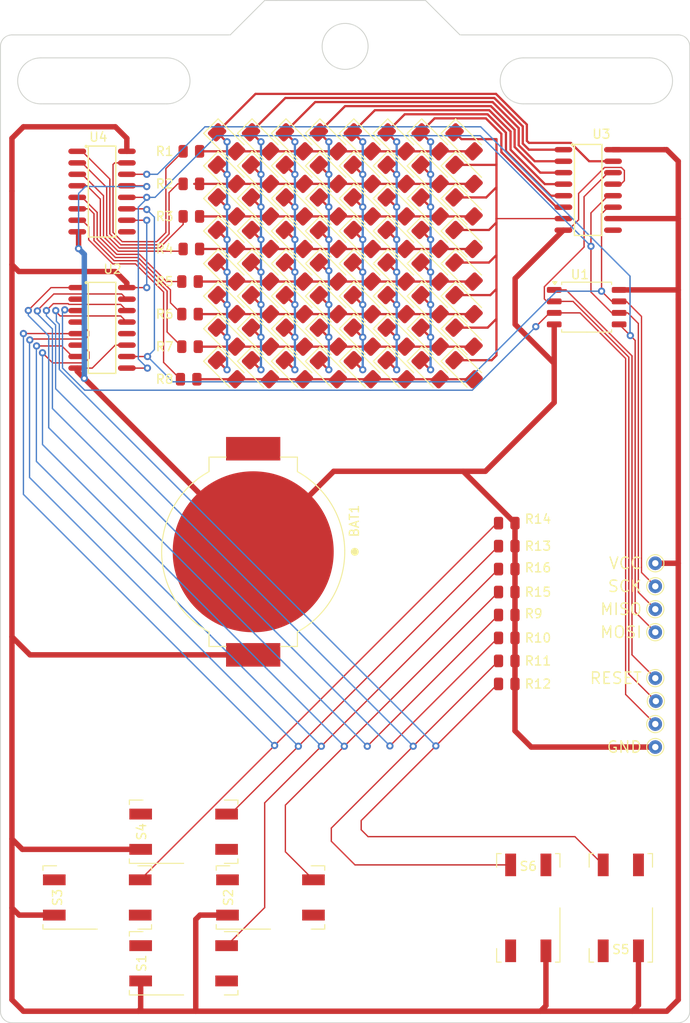
<source format=kicad_pcb>
(kicad_pcb (version 20241229) (generator "pcbnew") (generator_version "9.0")
  (title_block (title "Badge Prototype") (rev "005"))
  (layers (0 "F.Cu" signal) (2 "B.Cu" signal) (13 "F.Paste" user) (15 "B.Paste" user) (5 "F.SilkS" user "F.Silkscreen") (7 "B.SilkS" user "B.Silkscreen") (1 "F.Mask" user) (3 "B.Mask" user) (25 "Edge.Cuts" user))
  (net 0 "")
  (net 1 "GND")
  (net 2 "VCC")
  (net 4 "Net-(U2-D5)")
  (net 7 "Net-(U2-D4)")
  (net 10 "Net-(U2-D3)")
  (net 13 "Net-(U2-D2)")
  (net 16 "Net-(U2-D1)")
  (net 19 "Net-(U2-D0)")
  (net 21 "Net-(U2-D6)")
  (net 22 "Net-(U2-D7)")
  (net 23 "Net-(U4-QH)")
  (net 24 "Net-(U4-QG)")
  (net 25 "Net-(U4-QF)")
  (net 26 "Net-(U4-QE)")
  (net 27 "Net-(U4-QD)")
  (net 28 "Net-(U4-QC)")
  (net 29 "Net-(U4-QB)")
  (net 30 "Net-(U4-QA)")
  (net 31 "Net-(U1-~{RESET}{slash}PB5)")
  (net 32 "Net-(U1-XTAL1{slash}PB3)")
  (net 33 "Net-(U1-XTAL2{slash}PB4)")
  (net 34 "Net-(U1-AREF{slash}PB0)")
  (net 35 "Net-(U1-PB1)")
  (net 36 "Net-(U1-PB2)")
  (net 41 "Net-(D1-A)")
  (net 42 "Net-(D1-K)")
  (net 43 "Net-(D10-A)")
  (net 44 "Net-(D11-A)")
  (net 45 "Net-(D12-A)")
  (net 46 "Net-(D13-A)")
  (net 47 "Net-(D14-A)")
  (net 48 "Net-(D15-A)")
  (net 49 "Net-(D16-A)")
  (net 50 "Net-(D10-K)")
  (net 51 "Net-(D17-K)")
  (net 52 "Net-(D25-K)")
  (net 53 "Net-(D33-K)")
  (net 54 "Net-(D41-K)")
  (net 55 "Net-(D49-K)")
  (net 56 "Net-(D57-K)")
  (footprint "LED_SMD:LED_1206_3216Metric_Pad1.42x1.75mm_HandSolder" (layer "F.Cu") (at 188.651339 56.7 -45)
    (property "Reference" "D29" (hide yes))
    (property "Value" "LED" (hide yes))
  )
  (footprint "LED_SMD:LED_1206_3216Metric_Pad1.42x1.75mm_HandSolder" (layer "F.Cu") (at 177.399518 67.498179 -45)
    (property "Reference" "D8" (hide yes))
    (property "Value" "LED" (hide yes))
  )
  (footprint "LED_SMD:LED_1206_3216Metric_Pad1.42x1.75mm_HandSolder" (layer "F.Cu") (at 181.151339 63.9 -45)
    (property "Reference" "D15" (hide yes))
    (property "Value" "LED" (hide yes))
  )
  (footprint "LED_SMD:LED_1206_3216Metric_Pad1.42x1.75mm_HandSolder" (layer "F.Cu") (at 199.901339 53.1 -45)
    (property "Reference" "D52" (hide yes))
    (property "Value" "LED" (hide yes))
  )
  (footprint "PCM_JLCPCB:R_0805" (layer "F.Cu") (at 173.505 43.35)
    (property "Reference" "R1")
    (property "Value" "100")
  )
  (footprint "TestPoint:TestPoint_THTPad_D1.5mm_Drill0.7mm" (layer "F.Cu") (at 224.79 109.22 -90)
    (property "Reference" "TP4" (hide yes))
    (property "Value" "TestPoint" (hide yes))
  )
  (footprint "LED_SMD:LED_1206_3216Metric_Pad1.42x1.75mm_HandSolder" (layer "F.Cu") (at 203.65316 56.701821 -45)
    (property "Reference" "D61" (hide yes))
    (property "Value" "LED" (hide yes))
  )
  (footprint "LED_SMD:LED_1206_3216Metric_Pad1.42x1.75mm_HandSolder" (layer "F.Cu") (at 188.651339 49.5 -45)
    (property "Reference" "D27" (hide yes))
    (property "Value" "LED" (hide yes))
  )
  (footprint "LED_SMD:LED_1206_3216Metric_Pad1.42x1.75mm_HandSolder" (layer "F.Cu") (at 192.401339 49.5 -45)
    (property "Reference" "D35" (hide yes))
    (property "Value" "LED" (hide yes))
  )
  (footprint "LED_SMD:LED_1206_3216Metric_Pad1.42x1.75mm_HandSolder" (layer "F.Cu") (at 177.399518 42.298179 -45)
    (property "Reference" "D1" (hide yes))
    (property "Value" "LED" (hide yes))
  )
  (footprint "LED_SMD:LED_1206_3216Metric_Pad1.42x1.75mm_HandSolder" (layer "F.Cu") (at 177.399518 53.098179 -45)
    (property "Reference" "D4" (hide yes))
    (property "Value" "LED" (hide yes))
  )
  (footprint "LED_SMD:LED_1206_3216Metric_Pad1.42x1.75mm_HandSolder" (layer "F.Cu") (at 188.651339 45.9 -45)
    (property "Reference" "D26" (hide yes))
    (property "Value" "LED" (hide yes))
  )
  (footprint "LED_SMD:LED_1206_3216Metric_Pad1.42x1.75mm_HandSolder" (layer "F.Cu") (at 203.651339 53.1 -45)
    (property "Reference" "D60" (hide yes))
    (property "Value" "LED" (hide yes))
  )
  (footprint "TestPoint:TestPoint_THTPad_D1.5mm_Drill0.7mm" (layer "F.Cu") (at 224.85 104.14 -90)
    (property "Reference" "TP2" (hide yes))
    (property "Value" "TestPoint" (hide yes))
  )
  (footprint "LED_SMD:LED_1206_3216Metric_Pad1.42x1.75mm_HandSolder" (layer "F.Cu") (at 177.399518 49.498179 -45)
    (property "Reference" "D3" (hide yes))
    (property "Value" "LED" (hide yes))
  )
  (footprint "LED_SMD:LED_1206_3216Metric_Pad1.42x1.75mm_HandSolder" (layer "F.Cu") (at 203.651339 63.9 -45)
    (property "Reference" "D63" (hide yes))
    (property "Value" "LED" (hide yes))
  )
  (footprint "LED_SMD:LED_1206_3216Metric_Pad1.42x1.75mm_HandSolder" (layer "F.Cu") (at 184.899518 53.1 -45)
    (property "Reference" "D20" (hide yes))
    (property "Value" "LED" (hide yes))
  )
  (footprint "PCM_JLCPCB:R_0805" (layer "F.Cu") (at 208.37 92.08)
    (property "Reference" "R15")
    (property "Value" "10k" (hide yes))
  )
  (footprint "LED_SMD:LED_1206_3216Metric_Pad1.42x1.75mm_HandSolder" (layer "F.Cu") (at 196.151339 67.5 -45)
    (property "Reference" "D48" (hide yes))
    (property "Value" "LED" (hide yes))
  )
  (footprint "LED_SMD:LED_1206_3216Metric_Pad1.42x1.75mm_HandSolder" (layer "F.Cu") (at 181.149518 45.898179 -45)
    (property "Reference" "D10" (hide yes))
    (property "Value" "LED" (hide yes))
  )
  (footprint "Button_Switch_SMD:SW_MEC_5GSH9" (layer "F.Cu") (at 172.65 133.13 90)
    (property "Reference" "S1")
    (property "Value" "C83206")
  )
  (footprint "LED_SMD:LED_1206_3216Metric_Pad1.42x1.75mm_HandSolder" (layer "F.Cu") (at 181.149518 49.498179 -45)
    (property "Reference" "D11" (hide yes))
    (property "Value" "LED" (hide yes))
  )
  (footprint "LED_SMD:LED_1206_3216Metric_Pad1.42x1.75mm_HandSolder" (layer "F.Cu") (at 199.901339 42.3 -45)
    (property "Reference" "D49" (hide yes))
    (property "Value" "LED" (hide yes))
  )
  (footprint "LED_SMD:LED_1206_3216Metric_Pad1.42x1.75mm_HandSolder" (layer "F.Cu") (at 203.65316 45.901821 -45)
    (property "Reference" "D58" (hide yes))
    (property "Value" "LED" (hide yes))
  )
  (footprint "Badge-Library:C83206" (layer "F.Cu") (at 182.25 125.85 90)
    (property "Reference" "S2")
    (property "Value" "C83206")
  )
  (footprint "LED_SMD:LED_1206_3216Metric_Pad1.42x1.75mm_HandSolder" (layer "F.Cu") (at 192.401339 67.5 -45)
    (property "Reference" "D40" (hide yes))
    (property "Value" "LED" (hide yes))
  )
  (footprint "PCM_JLCPCB:R_0805" (layer "F.Cu") (at 208.37 84.46)
    (property "Reference" "R14")
    (property "Value" "10k" (hide yes))
  )
  (footprint "LED_SMD:LED_1206_3216Metric_Pad1.42x1.75mm_HandSolder" (layer "F.Cu") (at 192.401339 45.9 -45)
    (property "Reference" "D34" (hide yes))
    (property "Value" "LED" (hide yes))
  )
  (footprint "TestPoint:TestPoint_THTPad_D1.5mm_Drill0.7mm" (layer "F.Cu") (at 224.79 93.98 -90)
    (property "Reference" "TP6" (hide yes))
    (property "Value" "TestPoint" (hide yes))
  )
  (footprint "LED_SMD:LED_1206_3216Metric_Pad1.42x1.75mm_HandSolder" (layer "F.Cu") (at 184.899518 42.298179 -45)
    (property "Reference" "D17" (hide yes))
    (property "Value" "LED" (hide yes))
  )
  (footprint "Badge-Library:C83206" (layer "F.Cu") (at 163.1 125.85 90)
    (property "Reference" "S3")
    (property "Value" "C83206")
  )
  (footprint "PCM_JLCPCB:R_0805" (layer "F.Cu") (at 173.505 50.55)
    (property "Reference" "R3")
    (property "Value" "100")
  )
  (footprint "LED_SMD:LED_1206_3216Metric_Pad1.42x1.75mm_HandSolder" (layer "F.Cu") (at 188.651339 63.9 -45)
    (property "Reference" "D31" (hide yes))
    (property "Value" "LED" (hide yes))
  )
  (footprint "LED_SMD:LED_1206_3216Metric_Pad1.42x1.75mm_HandSolder" (layer "F.Cu") (at 192.401339 53.1 -45)
    (property "Reference" "D36" (hide yes))
    (property "Value" "LED" (hide yes))
  )
  (footprint "LED_SMD:LED_1206_3216Metric_Pad1.42x1.75mm_HandSolder" (layer "F.Cu") (at 184.901339 63.9 -45)
    (property "Reference" "D23" (hide yes))
    (property "Value" "LED" (hide yes))
  )
  (footprint "PCM_JLCPCB:R_0805" (layer "F.Cu") (at 208.37 99.695)
    (property "Reference" "R11")
    (property "Value" "10k" (hide yes))
  )
  (footprint "LED_SMD:LED_1206_3216Metric_Pad1.42x1.75mm_HandSolder" (layer "F.Cu") (at 177.399518 45.898179 -45)
    (property "Reference" "D2" (hide yes))
    (property "Value" "LED" (hide yes))
  )
  (footprint "LED_SMD:LED_1206_3216Metric_Pad1.42x1.75mm_HandSolder" (layer "F.Cu") (at 192.40316 60.301821 -45)
    (property "Reference" "D38" (hide yes))
    (property "Value" "LED" (hide yes))
  )
  (footprint "LED_SMD:LED_1206_3216Metric_Pad1.42x1.75mm_HandSolder" (layer "F.Cu") (at 184.901339 67.5 -45)
    (property "Reference" "D24" (hide yes))
    (property "Value" "LED" (hide yes))
  )
  (footprint "PCM_JLCPCB:SOIC-16_L9.9-W3.9-P1.27-LS6.0-BL" (layer "F.Cu") (at 163.63 47.8 -90)
    (property "Reference" "U4")
    (property "Value" "SN74HC595")
  )
  (footprint "LED_SMD:LED_1206_3216Metric_Pad1.42x1.75mm_HandSolder" (layer "F.Cu") (at 199.901339 60.3 -45)
    (property "Reference" "D54" (hide yes))
    (property "Value" "LED" (hide yes))
  )
  (footprint "Battery:BatteryHolder_MPD_BC2003_1x2032" (layer "F.Cu") (at 180.34 87.63 -90)
    (property "Reference" "BAT1")
    (property "Value" "CR2032")
  )
  (footprint "PCM_JLCPCB:R_0805" (layer "F.Cu") (at 208.37 94.62)
    (property "Reference" "R9")
    (property "Value" "10k" (hide yes))
  )
  (footprint "LED_SMD:LED_1206_3216Metric_Pad1.42x1.75mm_HandSolder" (layer "F.Cu") (at 203.65316 42.301821 -45)
    (property "Reference" "D57" (hide yes))
    (property "Value" "LED" (hide yes))
  )
  (footprint "PCM_JLCPCB:R_0805" (layer "F.Cu") (at 173.355 61.35)
    (property "Reference" "R6")
    (property "Value" "100")
  )
  (footprint "Badge-Library:C83206" (layer "F.Cu") (at 172.65 118.58 90)
    (property "Reference" "S4")
    (property "Value" "C83206")
  )
  (footprint "LED_SMD:LED_1206_3216Metric_Pad1.42x1.75mm_HandSolder" (layer "F.Cu") (at 188.651339 53.1 -45)
    (property "Reference" "D28" (hide yes))
    (property "Value" "LED" (hide yes))
  )
  (footprint "TestPoint:TestPoint_THTPad_D1.5mm_Drill0.7mm" (layer "F.Cu") (at 224.79 106.68 -90)
    (property "Reference" "TP3" (hide yes))
    (property "Value" "TestPoint" (hide yes))
  )
  (footprint "TestPoint:TestPoint_THTPad_D1.5mm_Drill0.7mm" (layer "F.Cu") (at 224.79 88.9 -90)
    (property "Reference" "TP8" (hide yes))
    (property "Value" "TestPoint" (hide yes))
  )
  (footprint "LED_SMD:LED_1206_3216Metric_Pad1.42x1.75mm_HandSolder" (layer "F.Cu") (at 196.151339 45.9 -45)
    (property "Reference" "D42" (hide yes))
    (property "Value" "LED" (hide yes))
  )
  (footprint "LED_SMD:LED_1206_3216Metric_Pad1.42x1.75mm_HandSolder" (layer "F.Cu") (at 203.651339 67.5 -45)
    (property "Reference" "D64" (hide yes))
    (property "Value" "LED" (hide yes))
  )
  (footprint "LED_SMD:LED_1206_3216Metric_Pad1.42x1.75mm_HandSolder" (layer "F.Cu") (at 199.901339 63.9 -45)
    (property "Reference" "D55" (hide yes))
    (property "Value" "LED" (hide yes))
  )
  (footprint "LED_SMD:LED_1206_3216Metric_Pad1.42x1.75mm_HandSolder" (layer "F.Cu") (at 181.149518 42.298179 -45)
    (property "Reference" "D9" (hide yes))
    (property "Value" "LED" (hide yes))
  )
  (footprint "LED_SMD:LED_1206_3216Metric_Pad1.42x1.75mm_HandSolder" (layer "F.Cu") (at 181.151339 67.5 -45)
    (property "Reference" "D16" (hide yes))
    (property "Value" "LED" (hide yes))
  )
  (footprint "PCM_JLCPCB:R_0805" (layer "F.Cu") (at 208.37 97.155)
    (property "Reference" "R10")
    (property "Value" "10k" (hide yes))
  )
  (footprint "LED_SMD:LED_1206_3216Metric_Pad1.42x1.75mm_HandSolder" (layer "F.Cu") (at 192.401339 63.9 -45)
    (property "Reference" "D39" (hide yes))
    (property "Value" "LED" (hide yes))
  )
  (footprint "LED_SMD:LED_1206_3216Metric_Pad1.42x1.75mm_HandSolder" (layer "F.Cu") (at 199.901339 56.7 -45)
    (property "Reference" "D53" (hide yes))
    (property "Value" "LED" (hide yes))
  )
  (footprint "LED_SMD:LED_1206_3216Metric_Pad1.42x1.75mm_HandSolder" (layer "F.Cu") (at 184.899518 45.898179 -45)
    (property "Reference" "D18" (hide yes))
    (property "Value" "LED" (hide yes))
  )
  (footprint "LED_SMD:LED_1206_3216Metric_Pad1.42x1.75mm_HandSolder" (layer "F.Cu") (at 184.899518 49.498179 -45)
    (property "Reference" "D19" (hide yes))
    (property "Value" "LED" (hide yes))
  )
  (footprint "LED_SMD:LED_1206_3216Metric_Pad1.42x1.75mm_HandSolder" (layer "F.Cu") (at 196.151339 49.5 -45)
    (property "Reference" "D43" (hide yes))
    (property "Value" "LED" (hide yes))
  )
  (footprint "LED_SMD:LED_1206_3216Metric_Pad1.42x1.75mm_HandSolder" (layer "F.Cu") (at 203.651339 60.3 -45)
    (property "Reference" "D62" (hide yes))
    (property "Value" "LED" (hide yes))
  )
  (footprint "PCM_JLCPCB:R_0805" (layer "F.Cu") (at 173.355 57.75)
    (property "Reference" "R5")
    (property "Value" "100")
  )
  (footprint "LED_SMD:LED_1206_3216Metric_Pad1.42x1.75mm_HandSolder" (layer "F.Cu") (at 199.901339 49.5 -45)
    (property "Reference" "D51" (hide yes))
    (property "Value" "LED" (hide yes))
  )
  (footprint "LED_SMD:LED_1206_3216Metric_Pad1.42x1.75mm_HandSolder" (layer "F.Cu") (at 199.901339 67.5 -45)
    (property "Reference" "D56" (hide yes))
    (property "Value" "LED" (hide yes))
  )
  (footprint "PCM_JLCPCB:R_0805" (layer "F.Cu") (at 173.505 46.95)
    (property "Reference" "R2")
    (property "Value" "100")
  )
  (footprint "LED_SMD:LED_1206_3216Metric_Pad1.42x1.75mm_HandSolder" (layer "F.Cu") (at 177.399518 56.698179 -45)
    (property "Reference" "D5" (hide yes))
    (property "Value" "LED" (hide yes))
  )
  (footprint "LED_SMD:LED_1206_3216Metric_Pad1.42x1.75mm_HandSolder" (layer "F.Cu") (at 192.401339 42.3 -45)
    (property "Reference" "D33" (hide yes))
    (property "Value" "LED" (hide yes))
  )
  (footprint "TestPoint:TestPoint_THTPad_D1.5mm_Drill0.7mm" (layer "F.Cu") (at 224.79 96.52 -90)
    (property "Reference" "TP5" (hide yes))
    (property "Value" "TestPoint" (hide yes))
  )
  (footprint "LED_SMD:LED_1206_3216Metric_Pad1.42x1.75mm_HandSolder" (layer "F.Cu") (at 192.401339 56.7 -45)
    (property "Reference" "D37" (hide yes))
    (property "Value" "LED" (hide yes))
  )
  (footprint "LED_SMD:LED_1206_3216Metric_Pad1.42x1.75mm_HandSolder" (layer "F.Cu") (at 199.901339 45.9 -45)
    (property "Reference" "D50" (hide yes))
    (property "Value" "LED" (hide yes))
  )
  (footprint "PCM_JLCPCB:SOIC-16_L9.9-W3.9-P1.27-LS6.0-BL" (layer "F.Cu") (at 217.37 47.62 -90)
    (property "Reference" "U3")
    (property "Value" "SN74HC595" (hide yes))
  )
  (footprint "PCM_JLCPCB:R_0805" (layer "F.Cu") (at 208.37 89.54)
    (property "Reference" "R16")
    (property "Value" "10k" (hide yes))
  )
  (footprint "LED_SMD:LED_1206_3216Metric_Pad1.42x1.75mm_HandSolder" (layer "F.Cu") (at 188.651339 60.3 -45)
    (property "Reference" "D30" (hide yes))
    (property "Value" "LED" (hide yes))
  )
  (footprint "LED_SMD:LED_1206_3216Metric_Pad1.42x1.75mm_HandSolder" (layer "F.Cu") (at 181.151339 56.7 -45)
    (property "Reference" "D13" (hide yes))
    (property "Value" "LED" (hide yes))
  )
  (footprint "PCM_JLCPCB:R_0805" (layer "F.Cu") (at 208.37 87)
    (property "Reference" "R13")
    (property "Value" "10k" (hide yes))
  )
  (footprint "Badge-Library:C83206" (layer "F.Cu") (at 220.98 127 180)
    (property "Reference" "S5")
    (property "Value" "C83206")
  )
  (footprint "TestPoint:TestPoint_THTPad_D1.5mm_Drill0.7mm" (layer "F.Cu") (at 224.79 101.6 -90)
    (property "Reference" "TP1" (hide yes))
    (property "Value" "TestPoint" (hide yes))
  )
  (footprint "LED_SMD:LED_1206_3216Metric_Pad1.42x1.75mm_HandSolder" (layer "F.Cu") (at 196.151339 63.9 -45)
    (property "Reference" "D47" (hide yes))
    (property "Value" "LED" (hide yes))
  )
  (footprint "TestPoint:TestPoint_THTPad_D1.5mm_Drill0.7mm" (layer "F.Cu") (at 224.79 91.44 -90)
    (property "Reference" "TP7" (hide yes))
    (property "Value" "TestPoint" (hide yes))
  )
  (footprint "PCM_JLCPCB:SOIC-16_L9.9-W3.9-P1.27-LS6.0-BL" (layer "F.Cu") (at 163.63 62.87 -90)
    (property "Reference" "U2")
    (property "Value" "CD4021B")
  )
  (footprint "LED_SMD:LED_1206_3216Metric_Pad1.42x1.75mm_HandSolder" (layer "F.Cu") (at 196.151339 42.3 -45)
    (property "Reference" "D41" (hide yes))
    (property "Value" "LED" (hide yes))
  )
  (footprint "LED_SMD:LED_1206_3216Metric_Pad1.42x1.75mm_HandSolder" (layer "F.Cu") (at 184.901339 56.7 -45)
    (property "Reference" "D21" (hide yes))
    (property "Value" "LED" (hide yes))
  )
  (footprint "Package_SO:SOIC-8_5.3x5.3mm_P1.27mm" (layer "F.Cu") (at 217.2015 60.579)
    (property "Reference" "U1")
    (property "Value" "ATtiny85-20SF")
  )
  (footprint "LED_SMD:LED_1206_3216Metric_Pad1.42x1.75mm_HandSolder" (layer "F.Cu") (at 184.901339 60.3 -45)
    (property "Reference" "D22" (hide yes))
    (property "Value" "LED" (hide yes))
  )
  (footprint "LED_SMD:LED_1206_3216Metric_Pad1.42x1.75mm_HandSolder" (layer "F.Cu") (at 181.151339 60.3 -45)
    (property "Reference" "D14" (hide yes))
    (property "Value" "LED" (hide yes))
  )
  (footprint "LED_SMD:LED_1206_3216Metric_Pad1.42x1.75mm_HandSolder" (layer "F.Cu") (at 203.651339 49.5 -45)
    (property "Reference" "D59" (hide yes))
    (property "Value" "LED" (hide yes))
  )
  (footprint "LED_SMD:LED_1206_3216Metric_Pad1.42x1.75mm_HandSolder" (layer "F.Cu") (at 177.399518 60.298179 -45)
    (property "Reference" "D6" (hide yes))
    (property "Value" "LED" (hide yes))
  )
  (footprint "Badge-Library:C83206" (layer "F.Cu") (at 210.75 127 180)
    (property "Reference" "S6")
    (property "Value" "C83206")
  )
  (footprint "PCM_JLCPCB:R_0805" (layer "F.Cu") (at 173.355 64.95)
    (property "Reference" "R7")
    (property "Value" "100")
  )
  (footprint "LED_SMD:LED_1206_3216Metric_Pad1.42x1.75mm_HandSolder" (layer "F.Cu") (at 181.149518 53.1 -45)
    (property "Reference" "D12" (hide yes))
    (property "Value" "LED" (hide yes))
  )
  (footprint "LED_SMD:LED_1206_3216Metric_Pad1.42x1.75mm_HandSolder" (layer "F.Cu") (at 177.399518 63.898179 -45)
    (property "Reference" "D7" (hide yes))
    (property "Value" "LED" (hide yes))
  )
  (footprint "PCM_JLCPCB:R_0805" (layer "F.Cu") (at 208.37 102.24)
    (property "Reference" "R12")
    (property "Value" "10k" (hide yes))
  )
  (footprint "LED_SMD:LED_1206_3216Metric_Pad1.42x1.75mm_HandSolder" (layer "F.Cu") (at 196.151339 60.3 -45)
    (property "Reference" "D46" (hide yes))
    (property "Value" "LED" (hide yes))
  )
  (footprint "PCM_JLCPCB:R_0805" (layer "F.Cu") (at 173.505 54.15)
    (property "Reference" "R4")
    (property "Value" "100")
  )
  (footprint "LED_SMD:LED_1206_3216Metric_Pad1.42x1.75mm_HandSolder" (layer "F.Cu") (at 196.151339 53.1 -45)
    (property "Reference" "D44" (hide yes))
    (property "Value" "LED" (hide yes))
  )
  (footprint "PCM_JLCPCB:R_0805" (layer "F.Cu") (at 173.205 68.55)
    (property "Reference" "R8")
    (property "Value" "100")
  )
  (footprint "LED_SMD:LED_1206_3216Metric_Pad1.42x1.75mm_HandSolder" (layer "F.Cu") (at 188.651339 67.5 -45)
    (property "Reference" "D32" (hide yes))
    (property "Value" "LED" (hide yes))
  )
  (footprint "LED_SMD:LED_1206_3216Metric_Pad1.42x1.75mm_HandSolder" (layer "F.Cu") (at 188.651339 42.3 -45)
    (property "Reference" "D25" (hide yes))
    (property "Value" "LED" (hide yes))
  )
  (footprint "LED_SMD:LED_1206_3216Metric_Pad1.42x1.75mm_HandSolder" (layer "F.Cu") (at 196.151339 56.7 -45)
    (property "Reference" "D45" (hide yes))
    (property "Value" "LED" (hide yes))
  )
  (gr_line (start 227.33 30.48) (end 203.2 30.48) (stroke (width 0.1)) (layer "Edge.Cuts"))
  (gr_arc (start 152.4 31.75) (mid 152.771974 30.851974) (end 153.67 30.48) (stroke (width 0.1)) (layer "Edge.Cuts"))
  (gr_line (start 177.8 30.48) (end 180.34 27.94) (stroke (width 0.1)) (layer "Edge.Cuts"))
  (gr_line (start 156.845 38.1) (end 170.815 38.1) (stroke (width 0.1)) (layer "Edge.Cuts"))
  (gr_arc (start 153.67 139.7) (mid 152.771974 139.328026) (end 152.4 138.43) (stroke (width 0.1)) (layer "Edge.Cuts"))
  (gr_circle (center 190.5 31.75) (end 190.5 29.21) (stroke (width 0.1)) (fill no) (layer "Edge.Cuts"))
  (gr_line (start 152.4 31.75) (end 152.4 138.43) (stroke (width 0.1)) (layer "Edge.Cuts"))
  (gr_arc (start 210.185 38.1) (mid 207.645 35.56) (end 210.185 33.02) (stroke (width 0.1)) (layer "Edge.Cuts"))
  (gr_line (start 181.61 26.67) (end 182.88 26.67) (stroke (width 0.1)) (layer "Edge.Cuts"))
  (gr_line (start 182.88 26.67) (end 199.39 26.67) (stroke (width 0.1)) (layer "Edge.Cuts"))
  (gr_line (start 156.845 33.02) (end 170.815 33.02) (stroke (width 0.1)) (layer "Edge.Cuts"))
  (gr_line (start 199.39 26.67) (end 203.2 30.48) (stroke (width 0.1)) (layer "Edge.Cuts"))
  (gr_line (start 180.34 27.94) (end 181.61 26.67) (stroke (width 0.1)) (layer "Edge.Cuts"))
  (gr_line (start 153.67 30.48) (end 177.8 30.48) (stroke (width 0.1)) (layer "Edge.Cuts"))
  (gr_arc (start 228.6 138.43) (mid 228.228026 139.328026) (end 227.33 139.7) (stroke (width 0.1)) (layer "Edge.Cuts"))
  (gr_line (start 210.185 33.02) (end 224.155 33.02) (stroke (width 0.1)) (layer "Edge.Cuts"))
  (gr_arc (start 224.155 33.02) (mid 226.695 35.56) (end 224.155 38.1) (stroke (width 0.1)) (layer "Edge.Cuts"))
  (gr_line (start 153.67 139.7) (end 227.33 139.7) (stroke (width 0.1)) (layer "Edge.Cuts"))
  (gr_line (start 210.185 38.1) (end 224.155 38.1) (stroke (width 0.1)) (layer "Edge.Cuts"))
  (gr_arc (start 156.845 38.1) (mid 154.305 35.56) (end 156.845 33.02) (stroke (width 0.1)) (layer "Edge.Cuts"))
  (gr_line (start 228.6 138.43) (end 228.6 31.75) (stroke (width 0.1)) (layer "Edge.Cuts"))
  (gr_arc (start 170.815 33.02) (mid 173.355 35.56) (end 170.815 38.1) (stroke (width 0.1)) (layer "Edge.Cuts"))
  (gr_arc (start 227.33 30.48) (mid 228.228026 30.851974) (end 228.6 31.75) (stroke (width 0.1)) (layer "Edge.Cuts"))
  (segment (start 206.004 78.73) (end 213.614 71.12) (width 0.6) (layer "F.Cu") (net 1))
  (segment (start 209.28 84.46) (end 209.28 87) (width 0.6) (layer "F.Cu") (net 1))
  (segment (start 213.614 67.056) (end 213.614 62.484) (width 0.6) (layer "F.Cu") (net 1))
  (segment (start 189.24 78.73) (end 203.55 78.73) (width 0.6) (layer "F.Cu") (net 1))
  (segment (start 209.28 107.426) (end 211.074 109.22) (width 0.6) (layer "F.Cu") (net 1))
  (segment (start 219.186413 45.134) (end 221.033587 45.134) (width 0.15) (layer "F.Cu") (net 1))
  (segment (start 213.614 71.12) (end 213.614 67.056) (width 0.6) (layer "F.Cu") (net 1))
  (segment (start 221.371 46.599) (end 220.99 46.98) (width 0.15) (layer "F.Cu") (net 1))
  (segment (start 209.28 102.24) (end 209.28 107.426) (width 0.6) (layer "F.Cu") (net 1))
  (segment (start 160.89 67.672) (end 160.89 67.32) (width 0.6) (layer "F.Cu") (net 1))
  (segment (start 209.28 94.62) (end 209.28 97.155) (width 0.6) (layer "F.Cu") (net 1))
  (segment (start 166.37 64.78) (end 165.09 64.78) (width 0.15) (layer "F.Cu") (net 1))
  (segment (start 180.34 87.63) (end 189.24 78.73) (width 0.6) (layer "F.Cu") (net 1))
  (segment (start 162.55 67.32) (end 160.89 67.32) (width 0.15) (layer "F.Cu") (net 1))
  (segment (start 161.671 68.453) (end 160.89 67.672) (width 0.6) (layer "F.Cu") (net 1))
  (segment (start 180.34 87.122) (end 161.671 68.453) (width 0.6) (layer "F.Cu") (net 1))
  (segment (start 216.311 50.924) (end 216.311 48.009413) (width 0.15) (layer "F.Cu") (net 1))
  (segment (start 203.55 78.73) (end 209.28 84.46) (width 0.6) (layer "F.Cu") (net 1))
  (segment (start 209.296 57.404) (end 209.296 62.484) (width 0.6) (layer "F.Cu") (net 1))
  (segment (start 209.28 97.155) (end 209.28 99.695) (width 0.6) (layer "F.Cu") (net 1))
  (segment (start 209.28 89.54) (end 209.28 92.08) (width 0.6) (layer "F.Cu") (net 1))
  (segment (start 203.55 78.73) (end 206.004 78.73) (width 0.6) (layer "F.Cu") (net 1))
  (segment (start 161.036 52.396) (end 160.89 52.25) (width 0.6) (layer "F.Cu") (net 1))
  (segment (start 161.036 54.102) (end 161.036 52.396) (width 0.6) (layer "F.Cu") (net 1))
  (segment (start 180.34 87.63) (end 180.34 87.122) (width 0.6) (layer "F.Cu") (net 1))
  (segment (start 160.355 52.25) (end 160.89 52.25) (width 0.15) (layer "F.Cu") (net 1))
  (segment (start 214.63 52.07) (end 209.296 57.404) (width 0.6) (layer "F.Cu") (net 1))
  (segment (start 221.371 45.471413) (end 221.371 46.599) (width 0.15) (layer "F.Cu") (net 1))
  (segment (start 168.318 47.16) (end 168.402 47.244) (width 0.15) (layer "F.Cu") (net 1))
  (segment (start 214.63 52.07) (end 215.165 52.07) (width 0.15) (layer "F.Cu") (net 1))
  (segment (start 209.28 87) (end 209.28 89.54) (width 0.6) (layer "F.Cu") (net 1))
  (segment (start 221.033587 45.134) (end 221.371 45.471413) (width 0.15) (layer "F.Cu") (net 1))
  (segment (start 165.09 64.78) (end 162.55 67.32) (width 0.15) (layer "F.Cu") (net 1))
  (segment (start 166.37 47.16) (end 168.318 47.16) (width 0.15) (layer "F.Cu") (net 1))
  (segment (start 216.311 48.009413) (end 219.186413 45.134) (width 0.15) (layer "F.Cu") (net 1))
  (segment (start 211.074 109.22) (end 224.79 109.22) (width 0.6) (layer "F.Cu") (net 1))
  (segment (start 209.296 62.484) (end 213.614 66.802) (width 0.6) (layer "F.Cu") (net 1))
  (segment (start 220.99 46.98) (end 220.11 46.98) (width 0.15) (layer "F.Cu") (net 1))
  (segment (start 215.165 52.07) (end 216.311 50.924) (width 0.15) (layer "F.Cu") (net 1))
  (segment (start 209.28 99.695) (end 209.28 102.24) (width 0.6) (layer "F.Cu") (net 1))
  (segment (start 213.614 66.802) (end 213.614 67.056) (width 0.6) (layer "F.Cu") (net 1))
  (segment (start 209.28 92.08) (end 209.28 94.62) (width 0.6) (layer "F.Cu") (net 1))
  (via (at 161.671 68.453) (size 0.8) (drill 0.4) (layers "F.Cu" "B.Cu") (net 1))
  (via (at 161.036 54.102) (size 0.8) (drill 0.4) (layers "F.Cu" "B.Cu") (net 1))
  (via (at 168.572 47.244) (size 0.8) (drill 0.4) (layers "F.Cu" "B.Cu") (net 1))
  (segment (start 161.671 54.737) (end 161.036 54.102) (width 0.6) (layer "B.Cu") (net 1))
  (segment (start 161.798 47.244) (end 161.036 48.006) (width 0.15) (layer "B.Cu") (net 1))
  (segment (start 161.036 48.006) (end 161.036 54.102) (width 0.15) (layer "B.Cu") (net 1))
  (segment (start 168.572 47.244) (end 161.798 47.244) (width 0.15) (layer "B.Cu") (net 1))
  (segment (start 161.671 68.453) (end 161.671 54.737) (width 0.6) (layer "B.Cu") (net 1))
  (segment (start 226.05 43.17) (end 225.806 43.17) (width 0.6) (layer "F.Cu") (net 2))
  (segment (start 154.432 56.642) (end 165.1 56.642) (width 0.6) (layer "F.Cu") (net 2))
  (segment (start 168.318 50.97) (end 168.402 51.054) (width 0.15) (layer "F.Cu") (net 2))
  (segment (start 153.67 47.752) (end 153.67 41.91) (width 0.6) (layer "F.Cu") (net 2))
  (segment (start 154.82 120.53) (end 153.67 119.38) (width 0.6) (layer "F.Cu") (net 2))
  (segment (start 227.32 50.79) (end 227.33 50.8) (width 0.6) (layer "F.Cu") (net 2))
  (segment (start 154.47 127.8) (end 153.67 127) (width 0.6) (layer "F.Cu") (net 2))
  (segment (start 153.67 137.16) (end 153.67 127) (width 0.6) (layer "F.Cu") (net 2))
  (segment (start 166.37 57.912) (end 166.37 58.42) (width 0.6) (layer "F.Cu") (net 2))
  (segment (start 173.99 138.43) (end 167.64 138.43) (width 0.6) (layer "F.Cu") (net 2))
  (segment (start 153.67 97.028) (end 155.667 99.025) (width 0.6) (layer "F.Cu") (net 2))
  (segment (start 227.33 88.9) (end 227.33 59.69) (width 0.6) (layer "F.Cu") (net 2))
  (segment (start 153.67 119.38) (end 153.67 97.028) (width 0.6) (layer "F.Cu") (net 2))
  (segment (start 167.9 120.53) (end 154.82 120.53) (width 0.6) (layer "F.Cu") (net 2))
  (segment (start 222.25 138.43) (end 212.09 138.43) (width 0.6) (layer "F.Cu") (net 2))
  (segment (start 167.9 135.08) (end 167.9 138.17) (width 0.6) (layer "F.Cu") (net 2))
  (segment (start 227.33 50.8) (end 227.33 44.45) (width 0.6) (layer "F.Cu") (net 2))
  (segment (start 222.93 137.75) (end 222.25 138.43) (width 0.6) (layer "F.Cu") (net 2))
  (segment (start 174.46 127.8) (end 173.99 128.27) (width 0.6) (layer "F.Cu") (net 2))
  (segment (start 212.7 137.82) (end 212.09 138.43) (width 0.6) (layer "F.Cu") (net 2))
  (segment (start 167.9 138.17) (end 167.64 138.43) (width 0.6) (layer "F.Cu") (net 2))
  (segment (start 227.33 137.16) (end 226.06 138.43) (width 0.6) (layer "F.Cu") (net 2))
  (segment (start 153.67 127) (end 153.67 119.38) (width 0.6) (layer "F.Cu") (net 2))
  (segment (start 166.37 41.91) (end 166.37 43.35) (width 0.6) (layer "F.Cu") (net 2))
  (segment (start 220.789 58.674) (end 227.33 58.674) (width 0.6) (layer "F.Cu") (net 2))
  (segment (start 154.94 138.43) (end 153.67 137.16) (width 0.6) (layer "F.Cu") (net 2))
  (segment (start 177.5 127.8) (end 174.46 127.8) (width 0.6) (layer "F.Cu") (net 2))
  (segment (start 227.33 59.69) (end 227.33 58.674) (width 0.6) (layer "F.Cu") (net 2))
  (segment (start 153.67 55.88) (end 154.432 56.642) (width 0.6) (layer "F.Cu") (net 2))
  (segment (start 154.94 40.64) (end 165.1 40.64) (width 0.6) (layer "F.Cu") (net 2))
  (segment (start 167.64 138.43) (end 154.94 138.43) (width 0.6) (layer "F.Cu") (net 2))
  (segment (start 226.06 138.43) (end 222.25 138.43) (width 0.6) (layer "F.Cu") (net 2))
  (segment (start 165.1 56.642) (end 166.37 57.912) (width 0.6) (layer "F.Cu") (net 2))
  (segment (start 222.93 131.75) (end 222.93 137.75) (width 0.6) (layer "F.Cu") (net 2))
  (segment (start 220.11 50.79) (end 227.32 50.79) (width 0.6) (layer "F.Cu") (net 2))
  (segment (start 166.37 50.97) (end 168.318 50.97) (width 0.15) (layer "F.Cu") (net 2))
  (segment (start 153.67 97.028) (end 153.67 55.88) (width 0.6) (layer "F.Cu") (net 2))
  (segment (start 153.67 41.91) (end 154.94 40.64) (width 0.6) (layer "F.Cu") (net 2))
  (segment (start 212.7 131.75) (end 212.7 137.82) (width 0.6) (layer "F.Cu") (net 2))
  (segment (start 153.67 55.88) (end 153.67 47.752) (width 0.6) (layer "F.Cu") (net 2))
  (segment (start 165.1 40.64) (end 166.37 41.91) (width 0.6) (layer "F.Cu") (net 2))
  (segment (start 168.572 58.42) (end 166.37 58.42) (width 0.15) (layer "F.Cu") (net 2))
  (segment (start 227.33 44.45) (end 226.05 43.17) (width 0.6) (layer "F.Cu") (net 2))
  (segment (start 224.79 88.9) (end 227.33 88.9) (width 0.6) (layer "F.Cu") (net 2))
  (segment (start 155.667 99.025) (end 180.34 99.025) (width 0.6) (layer "F.Cu") (net 2))
  (segment (start 212.09 138.43) (end 173.99 138.43) (width 0.6) (layer "F.Cu") (net 2))
  (segment (start 173.99 128.27) (end 173.99 138.43) (width 0.6) (layer "F.Cu") (net 2))
  (segment (start 225.806 43.17) (end 220.11 43.17) (width 0.6) (layer "F.Cu") (net 2))
  (segment (start 158.35 127.8) (end 154.47 127.8) (width 0.6) (layer "F.Cu") (net 2))
  (segment (start 227.33 58.674) (end 227.33 50.8) (width 0.6) (layer "F.Cu") (net 2))
  (segment (start 227.33 88.9) (end 227.33 137.16) (width 0.6) (layer "F.Cu") (net 2))
  (via (at 168.572 50.97) (size 0.8) (drill 0.4) (layers "F.Cu" "B.Cu") (net 2))
  (via (at 168.572 58.42) (size 0.8) (drill 0.4) (layers "F.Cu" "B.Cu") (net 2))
  (segment (start 168.572 50.97) (end 168.572 58.336) (width 0.15) (layer "B.Cu") (net 2))
  (segment (start 168.572 58.336) (end 168.656 58.42) (width 0.15) (layer "B.Cu") (net 2))
  (segment (start 158.242 60.198) (end 159.888413 60.198) (width 0.15) (layer "F.Cu") (net 4))
  (segment (start 191.592 122.25) (end 208.8 122.25) (width 0.15) (layer "F.Cu") (net 4))
  (segment (start 198.0275 109.1275) (end 197.9005 109.2545) (width 0.15) (layer "F.Cu") (net 4))
  (segment (start 159.888413 60.198) (end 159.966413 60.276) (width 0.15) (layer "F.Cu") (net 4))
  (segment (start 159.966413 60.276) (end 165.686 60.276) (width 0.15) (layer "F.Cu") (net 4))
  (segment (start 191.6775 115.4775) (end 188.976 118.179) (width 0.15) (layer "F.Cu") (net 4))
  (segment (start 188.976 119.634) (end 191.592 122.25) (width 0.15) (layer "F.Cu") (net 4))
  (segment (start 165.686 60.276) (end 166.37 60.96) (width 0.15) (layer "F.Cu") (net 4))
  (segment (start 157.48 60.96) (end 158.242 60.198) (width 0.15) (layer "F.Cu") (net 4))
  (segment (start 207.46 99.695) (end 198.0275 109.1275) (width 0.15) (layer "F.Cu") (net 4))
  (segment (start 197.9005 109.2545) (end 191.6775 115.4775) (width 0.15) (layer "F.Cu") (net 4))
  (segment (start 188.976 118.179) (end 188.976 119.634) (width 0.15) (layer "F.Cu") (net 4))
  (via (at 157.48 60.96) (size 0.8) (drill 0.4) (layers "F.Cu" "B.Cu") (net 4))
  (via (at 198.0275 109.1275) (size 0.8) (drill 0.4) (layers "F.Cu" "B.Cu") (net 4))
  (segment (start 157.48 61.542389) (end 158.496 62.558388) (width 0.15) (layer "B.Cu") (net 4))
  (segment (start 158.496 62.558388) (end 158.496 69.596) (width 0.15) (layer "B.Cu") (net 4))
  (segment (start 157.48 60.96) (end 157.48 61.542389) (width 0.15) (layer "B.Cu") (net 4))
  (segment (start 158.496 69.596) (end 198.0275 109.1275) (width 0.15) (layer "B.Cu") (net 4))
  (segment (start 158.515277 61.065277) (end 159.004 61.554) (width 0.15) (layer "F.Cu") (net 7))
  (segment (start 165.694 61.554) (end 166.37 62.23) (width 0.15) (layer "F.Cu") (net 7))
  (segment (start 192.278 118.364) (end 193.04 119.126) (width 0.15) (layer "F.Cu") (net 7))
  (segment (start 207.386 102.24) (end 200.533 109.093) (width 0.15) (layer "F.Cu") (net 7))
  (segment (start 158.515277 60.959918) (end 158.515277 61.065277) (width 0.15) (layer "F.Cu") (net 7))
  (segment (start 192.913 116.713) (end 192.278 117.348) (width 0.15) (layer "F.Cu") (net 7))
  (segment (start 215.906 119.126) (end 219.03 122.25) (width 0.15) (layer "F.Cu") (net 7))
  (segment (start 193.04 119.126) (end 215.906 119.126) (width 0.15) (layer "F.Cu") (net 7))
  (segment (start 200.406 109.22) (end 192.913 116.713) (width 0.15) (layer "F.Cu") (net 7))
  (segment (start 219.03 122.25) (end 219.03 121.748) (width 0.15) (layer "F.Cu") (net 7))
  (segment (start 207.46 102.24) (end 207.386 102.24) (width 0.15) (layer "F.Cu") (net 7))
  (segment (start 200.533 109.093) (end 200.406 109.22) (width 0.15) (layer "F.Cu") (net 7))
  (segment (start 159.004 61.554) (end 165.694 61.554) (width 0.15) (layer "F.Cu") (net 7))
  (segment (start 192.278 117.348) (end 192.278 118.364) (width 0.15) (layer "F.Cu") (net 7))
  (via (at 158.515277 60.959918) (size 0.8) (drill 0.4) (layers "F.Cu" "B.Cu") (net 7))
  (via (at 200.533 109.093) (size 0.8) (drill 0.4) (layers "F.Cu" "B.Cu") (net 7))
  (segment (start 158.515277 60.959918) (end 158.583 61.027641) (width 0.15) (layer "B.Cu") (net 7))
  (segment (start 158.583 61.027641) (end 158.583 62.149) (width 0.15) (layer "B.Cu") (net 7))
  (segment (start 158.907 62.473) (end 158.907 67.467) (width 0.15) (layer "B.Cu") (net 7))
  (segment (start 158.583 62.149) (end 158.907 62.473) (width 0.15) (layer "B.Cu") (net 7))
  (segment (start 158.907 67.467) (end 200.533 109.093) (width 0.15) (layer "B.Cu") (net 7))
  (segment (start 161.109587 62.23) (end 160.89 62.23) (width 0.15) (layer "F.Cu") (net 10))
  (segment (start 155.842892 64.207108) (end 155.946 64.104) (width 0.15) (layer "F.Cu") (net 10))
  (segment (start 155.946 64.104) (end 161.795587 64.104) (width 0.15) (layer "F.Cu") (net 10))
  (segment (start 162.151 63.271413) (end 161.109587 62.23) (width 0.15) (layer "F.Cu") (net 10))
  (segment (start 177.83 116.63) (end 185.33 109.13) (width 0.15) (layer "F.Cu") (net 10))
  (segment (start 155.647108 64.207108) (end 155.842892 64.207108) (width 0.15) (layer "F.Cu") (net 10))
  (segment (start 185.457 109.003) (end 191.299 103.161) (width 0.15) (layer "F.Cu") (net 10))
  (segment (start 177.4 116.63) (end 177.83 116.63) (width 0.15) (layer "F.Cu") (net 10))
  (segment (start 162.151 63.748587) (end 162.151 63.271413) (width 0.15) (layer "F.Cu") (net 10))
  (segment (start 161.795587 64.104) (end 162.151 63.748587) (width 0.15) (layer "F.Cu") (net 10))
  (segment (start 203.11 91.35) (end 207.46 87) (width 0.15) (layer "F.Cu") (net 10))
  (segment (start 191.299 103.161) (end 203.11 91.35) (width 0.15) (layer "F.Cu") (net 10))
  (segment (start 185.33 109.13) (end 185.457 109.003) (width 0.15) (layer "F.Cu") (net 10))
  (via (at 185.33 109.13) (size 0.8) (drill 0.4) (layers "F.Cu" "B.Cu") (net 10))
  (via (at 155.647108 64.207108) (size 0.8) (drill 0.4) (layers "F.Cu" "B.Cu") (net 10))
  (segment (start 155.615 79.415) (end 185.33 109.13) (width 0.15) (layer "B.Cu") (net 10))
  (segment (start 155.615 64.239216) (end 155.615 79.415) (width 0.15) (layer "B.Cu") (net 10))
  (segment (start 155.647108 64.207108) (end 155.615 64.239216) (width 0.15) (layer "B.Cu") (net 10))
  (segment (start 167.85 123.9) (end 182.705 109.045) (width 0.15) (layer "F.Cu") (net 13))
  (segment (start 182.705 109.045) (end 182.959 108.791) (width 0.15) (layer "F.Cu") (net 13))
  (segment (start 190.579 101.171) (end 203.025 88.725) (width 0.15) (layer "F.Cu") (net 13))
  (segment (start 203.025 88.725) (end 207.29 84.46) (width 0.15) (layer "F.Cu") (net 13))
  (segment (start 207.29 84.46) (end 207.46 84.46) (width 0.15) (layer "F.Cu") (net 13))
  (segment (start 183.975 107.775) (end 190.579 101.171) (width 0.15) (layer "F.Cu") (net 13))
  (segment (start 158.125 63.51) (end 160.89 63.51) (width 0.15) (layer "F.Cu") (net 13))
  (segment (start 158.115 63.5) (end 158.125 63.51) (width 0.15) (layer "F.Cu") (net 13))
  (segment (start 154.94 63.5) (end 158.115 63.5) (width 0.15) (layer "F.Cu") (net 13))
  (segment (start 182.959 108.791) (end 183.975 107.775) (width 0.15) (layer "F.Cu") (net 13))
  (via (at 182.705 109.045) (size 0.8) (drill 0.4) (layers "F.Cu" "B.Cu") (net 13))
  (via (at 154.94 63.5) (size 0.8) (drill 0.4) (layers "F.Cu" "B.Cu") (net 13))
  (segment (start 154.94 63.5) (end 154.94 81.28) (width 0.15) (layer "B.Cu") (net 13))
  (segment (start 154.94 81.28) (end 182.705 109.045) (width 0.15) (layer "B.Cu") (net 13))
  (segment (start 183.896 120.796) (end 183.896 115.644) (width 0.15) (layer "F.Cu") (net 16))
  (segment (start 162.184806 66.244781) (end 161.685587 66.744) (width 0.15) (layer "F.Cu") (net 16))
  (segment (start 162.184806 65.539806) (end 162.184806 66.244781) (width 0.15) (layer "F.Cu") (net 16))
  (segment (start 160.89 64.78) (end 161.425 64.78) (width 0.15) (layer "F.Cu") (net 16))
  (segment (start 187.87 111.67) (end 190.41 109.13) (width 0.15) (layer "F.Cu") (net 16))
  (segment (start 158.163945 66.744) (end 157.048231 65.628286) (width 0.15) (layer "F.Cu") (net 16))
  (segment (start 183.896 115.644) (end 187.87 111.67) (width 0.15) (layer "F.Cu") (net 16))
  (segment (start 161.425 64.78) (end 162.184806 65.539806) (width 0.15) (layer "F.Cu") (net 16))
  (segment (start 190.41 109.13) (end 207.46 92.08) (width 0.15) (layer "F.Cu") (net 16))
  (segment (start 161.685587 66.744) (end 158.163945 66.744) (width 0.15) (layer "F.Cu") (net 16))
  (segment (start 187 123.9) (end 183.896 120.796) (width 0.15) (layer "F.Cu") (net 16))
  (via (at 157.048231 65.628286) (size 0.8) (drill 0.4) (layers "F.Cu" "B.Cu") (net 16))
  (via (at 190.41 109.13) (size 0.8) (drill 0.4) (layers "F.Cu" "B.Cu") (net 16))
  (segment (start 157.048231 75.768231) (end 190.41 109.13) (width 0.15) (layer "B.Cu") (net 16))
  (segment (start 157.048231 65.628286) (end 156.965 65.711517) (width 0.15) (layer "B.Cu") (net 16))
  (segment (start 157.048231 65.628286) (end 157.048231 75.768231) (width 0.15) (layer "B.Cu") (net 16))
  (segment (start 187.87 109.13) (end 186.6 110.4) (width 0.15) (layer "F.Cu") (net 19))
  (segment (start 159.186754 64.871754) (end 156.39427 64.871754) (width 0.15) (layer "F.Cu") (net 19))
  (segment (start 160.355 66.04) (end 159.186754 64.871754) (width 0.15) (layer "F.Cu") (net 19))
  (segment (start 207.46 89.54) (end 187.87 109.13) (width 0.15) (layer "F.Cu") (net 19))
  (segment (start 181.61 126.97) (end 177.4 131.18) (width 0.15) (layer "F.Cu") (net 19))
  (segment (start 160.89 66.04) (end 160.355 66.04) (width 0.15) (layer "F.Cu") (net 19))
  (segment (start 186.6 110.4) (end 181.61 115.39) (width 0.15) (layer "F.Cu") (net 19))
  (segment (start 181.61 115.39) (end 181.61 126.97) (width 0.15) (layer "F.Cu") (net 19))
  (via (at 187.87 109.13) (size 0.8) (drill 0.4) (layers "F.Cu" "B.Cu") (net 19))
  (via (at 156.39427 64.871754) (size 0.8) (drill 0.4) (layers "F.Cu" "B.Cu") (net 19))
  (segment (start 156.39427 64.871754) (end 156.29 64.976024) (width 0.15) (layer "B.Cu") (net 19))
  (segment (start 156.372231 64.893793) (end 156.372231 77.632231) (width 0.15) (layer "B.Cu") (net 19))
  (segment (start 156.372231 77.632231) (end 156.464 77.724) (width 0.15) (layer "B.Cu") (net 19))
  (segment (start 156.464 77.724) (end 187.87 109.13) (width 0.15) (layer "B.Cu") (net 19))
  (segment (start 156.39427 64.871754) (end 156.372231 64.893793) (width 0.15) (layer "B.Cu") (net 19))
  (segment (start 156.480746 60.998702) (end 156.471082 60.989038) (width 0.15) (layer "F.Cu") (net 21))
  (segment (start 156.471082 60.989038) (end 156.471082 60.952918) (width 0.15) (layer "F.Cu") (net 21))
  (segment (start 207.391 97.155) (end 195.453 109.093) (width 0.15) (layer "F.Cu") (net 21))
  (segment (start 158.3 59.124) (end 165.794 59.124) (width 0.15) (layer "F.Cu") (net 21))
  (segment (start 156.471082 60.952918) (end 158.3 59.124) (width 0.15) (layer "F.Cu") (net 21))
  (segment (start 165.794 59.124) (end 166.37 59.7) (width 0.15) (layer "F.Cu") (net 21))
  (segment (start 207.46 97.155) (end 207.391 97.155) (width 0.15) (layer "F.Cu") (net 21))
  (segment (start 195.453 109.093) (end 195.326 109.22) (width 0.15) (layer "F.Cu") (net 21))
  (via (at 195.453 109.093) (size 0.8) (drill 0.4) (layers "F.Cu" "B.Cu") (net 21))
  (via (at 156.480746 60.998702) (size 0.8) (drill 0.4) (layers "F.Cu" "B.Cu") (net 21))
  (segment (start 156.480746 60.998702) (end 156.480746 61.327746) (width 0.15) (layer "B.Cu") (net 21))
  (segment (start 156.695298 60.998702) (end 156.718 61.021404) (width 0.15) (layer "B.Cu") (net 21))
  (segment (start 156.480746 60.998702) (end 156.695298 60.998702) (width 0.15) (layer "B.Cu") (net 21))
  (segment (start 158.145 71.785) (end 195.453 109.093) (width 0.15) (layer "B.Cu") (net 21))
  (segment (start 156.480746 61.327746) (end 158.145 62.992) (width 0.15) (layer "B.Cu") (net 21))
  (segment (start 158.145 62.992) (end 158.145 71.785) (width 0.15) (layer "B.Cu") (net 21))
  (segment (start 155.481976 60.949065) (end 155.481976 60.926024) (width 0.15) (layer "F.Cu") (net 22))
  (segment (start 157.988 58.42) (end 160.89 58.42) (width 0.15) (layer "F.Cu") (net 22))
  (segment (start 207.46 94.62) (end 192.95 109.13) (width 0.15) (layer "F.Cu") (net 22))
  (segment (start 192.95 109.13) (end 192.823 109.257) (width 0.15) (layer "F.Cu") (net 22))
  (segment (start 155.481976 60.926024) (end 157.988 58.42) (width 0.15) (layer "F.Cu") (net 22))
  (via (at 155.481976 60.949065) (size 0.8) (drill 0.4) (layers "F.Cu" "B.Cu") (net 22))
  (via (at 192.95 109.13) (size 0.8) (drill 0.4) (layers "F.Cu" "B.Cu") (net 22))
  (segment (start 157.734 73.914) (end 192.95 109.13) (width 0.15) (layer "B.Cu") (net 22))
  (segment (start 155.481976 60.949065) (end 155.481976 61.501976) (width 0.15) (layer "B.Cu") (net 22))
  (segment (start 155.481976 61.501976) (end 157.734 63.754) (width 0.15) (layer "B.Cu") (net 22))
  (segment (start 157.734 63.754) (end 157.734 73.914) (width 0.15) (layer "B.Cu") (net 22))
  (segment (start 164.821056 55.797001) (end 162.151 53.126945) (width 0.15) (layer "F.Cu") (net 23))
  (segment (start 167.326225 55.797001) (end 164.821056 55.797001) (width 0.15) (layer "F.Cu") (net 23))
  (segment (start 161.425 50.97) (end 160.89 50.97) (width 0.15) (layer "F.Cu") (net 23))
  (segment (start 170.434 66.689) (end 170.434 58.904776) (width 0.15) (layer "F.Cu") (net 23))
  (segment (start 162.151 53.126945) (end 162.151 51.696) (width 0.15) (layer "F.Cu") (net 23))
  (segment (start 162.151 51.696) (end 161.425 50.97) (width 0.15) (layer "F.Cu") (net 23))
  (segment (start 170.434 58.904776) (end 167.326225 55.797001) (width 0.15) (layer "F.Cu") (net 23))
  (segment (start 172.295 68.55) (end 170.434 66.689) (width 0.15) (layer "F.Cu") (net 23))
  (segment (start 162.74 53.219555) (end 162.74 50.251388) (width 0.15) (layer "F.Cu") (net 24))
  (segment (start 162.74 50.251388) (end 162.198612 49.71) (width 0.15) (layer "F.Cu") (net 24))
  (segment (start 172.445 64.95) (end 170.820806 63.325806) (width 0.15) (layer "F.Cu") (net 24))
  (segment (start 162.198612 49.71) (end 160.89 49.71) (width 0.15) (layer "F.Cu") (net 24))
  (segment (start 164.966445 55.446001) (end 162.74 53.219555) (width 0.15) (layer "F.Cu") (net 24))
  (segment (start 170.820806 63.325806) (end 170.820806 58.795194) (width 0.15) (layer "F.Cu") (net 24))
  (segment (start 167.471613 55.446001) (end 164.966445 55.446001) (width 0.15) (layer "F.Cu") (net 24))
  (segment (start 170.820806 58.795194) (end 167.471613 55.446001) (width 0.15) (layer "F.Cu") (net 24))
  (segment (start 171.196 60.101) (end 171.196 58.674) (width 0.15) (layer "F.Cu") (net 25))
  (segment (start 161.425 48.44) (end 160.89 48.44) (width 0.15) (layer "F.Cu") (net 25))
  (segment (start 171.196 58.674) (end 167.617001 55.095001) (width 0.15) (layer "F.Cu") (net 25))
  (segment (start 163.091 50.106) (end 161.425 48.44) (width 0.15) (layer "F.Cu") (net 25))
  (segment (start 167.617001 55.095001) (end 165.111834 55.095001) (width 0.15) (layer "F.Cu") (net 25))
  (segment (start 172.445 61.35) (end 171.196 60.101) (width 0.15) (layer "F.Cu") (net 25))
  (segment (start 163.091 53.074166) (end 163.091 50.106) (width 0.15) (layer "F.Cu") (net 25))
  (segment (start 165.111834 55.095001) (end 163.091 53.074166) (width 0.15) (layer "F.Cu") (net 25))
  (segment (start 165.257223 54.744001) (end 167.76239 54.744001) (width 0.15) (layer "F.Cu") (net 26))
  (segment (start 170.768388 57.75) (end 172.445 57.75) (width 0.15) (layer "F.Cu") (net 26))
  (segment (start 163.442 52.928778) (end 165.257223 54.744001) (width 0.15) (layer "F.Cu") (net 26))
  (segment (start 167.76239 54.744001) (end 170.768388 57.75) (width 0.15) (layer "F.Cu") (net 26))
  (segment (start 163.442 48.634) (end 163.442 52.928778) (width 0.15) (layer "F.Cu") (net 26))
  (segment (start 161.968 47.16) (end 163.442 48.634) (width 0.15) (layer "F.Cu") (net 26))
  (segment (start 160.89 47.16) (end 161.968 47.16) (width 0.15) (layer "F.Cu") (net 26))
  (segment (start 163.793 48.258) (end 161.425 45.89) (width 0.15) (layer "F.Cu") (net 27))
  (segment (start 161.425 45.89) (end 160.89 45.89) (width 0.15) (layer "F.Cu") (net 27))
  (segment (start 165.402612 54.393) (end 163.793 52.783389) (width 0.15) (layer "F.Cu") (net 27))
  (segment (start 172.352 54.393) (end 165.402612 54.393) (width 0.15) (layer "F.Cu") (net 27))
  (segment (start 172.595 54.15) (end 172.352 54.393) (width 0.15) (layer "F.Cu") (net 27))
  (segment (start 163.793 52.783389) (end 163.793 48.258) (width 0.15) (layer "F.Cu") (net 27))
  (segment (start 161.425 44.63) (end 160.89 44.63) (width 0.15) (layer "F.Cu") (net 28))
  (segment (start 172.595 50.55) (end 172.595 51.433) (width 0.15) (layer "F.Cu") (net 28))
  (segment (start 164.144 47.349) (end 161.425 44.63) (width 0.15) (layer "F.Cu") (net 28))
  (segment (start 165.548 54.042) (end 164.144 52.638) (width 0.15) (layer "F.Cu") (net 28))
  (segment (start 172.595 51.433) (end 169.986 54.042) (width 0.15) (layer "F.Cu") (net 28))
  (segment (start 169.986 54.042) (end 165.548 54.042) (width 0.15) (layer "F.Cu") (net 28))
  (segment (start 164.144 52.638) (end 164.144 47.349) (width 0.15) (layer "F.Cu") (net 28))
  (segment (start 164.495 52.481) (end 164.495 46.42) (width 0.15) (layer "F.Cu") (net 29))
  (segment (start 165.716611 53.691) (end 165.705 53.679388) (width 0.15) (layer "F.Cu") (net 29))
  (segment (start 165.705 53.691) (end 164.495 52.481) (width 0.15) (layer "F.Cu") (net 29))
  (segment (start 161.425 43.35) (end 160.89 43.35) (width 0.15) (layer "F.Cu") (net 29))
  (segment (start 164.495 46.42) (end 161.425 43.35) (width 0.15) (layer "F.Cu") (net 29))
  (segment (start 169.840612 53.691) (end 165.716611 53.691) (width 0.15) (layer "F.Cu") (net 29))
  (segment (start 165.705 53.679388) (end 165.705 53.691) (width 0.15) (layer "F.Cu") (net 29))
  (segment (start 171.998 46.95) (end 171.039 47.909) (width 0.15) (layer "F.Cu") (net 29))
  (segment (start 171.039 52.492612) (end 169.840612 53.691) (width 0.15) (layer "F.Cu") (net 29))
  (segment (start 172.595 46.95) (end 171.998 46.95) (width 0.15) (layer "F.Cu") (net 29))
  (segment (start 171.039 47.909) (end 171.039 52.492612) (width 0.15) (layer "F.Cu") (net 29))
  (segment (start 164.846 44.81) (end 165.026 44.63) (width 0.15) (layer "F.Cu") (net 30))
  (segment (start 169.672 53.34) (end 165.862 53.34) (width 0.15) (layer "F.Cu") (net 30))
  (segment (start 165.026 44.63) (end 166.37 44.63) (width 0.15) (layer "F.Cu") (net 30))
  (segment (start 170.688 45.257) (end 170.688 52.324) (width 0.15) (layer "F.Cu") (net 30))
  (segment (start 165.862 53.34) (end 164.846 52.324) (width 0.15) (layer "F.Cu") (net 30))
  (segment (start 170.688 52.324) (end 169.672 53.34) (width 0.15) (layer "F.Cu") (net 30))
  (segment (start 164.846 52.324) (end 164.846 44.81) (width 0.15) (layer "F.Cu") (net 30))
  (segment (start 172.595 43.35) (end 170.688 45.257) (width 0.15) (layer "F.Cu") (net 30))
  (segment (start 214.91851 58.674) (end 222.213 65.96849) (width 0.15) (layer "F.Cu") (net 31))
  (segment (start 222.213 99.023) (end 224.79 101.6) (width 0.15) (layer "F.Cu") (net 31))
  (segment (start 213.614 58.674) (end 214.91851 58.674) (width 0.15) (layer "F.Cu") (net 31))
  (segment (start 222.213 65.96849) (end 222.213 99.023) (width 0.15) (layer "F.Cu") (net 31))
  (segment (start 216.916 48.369) (end 216.916 53.934864) (width 0.15) (layer "F.Cu") (net 32))
  (segment (start 215.692122 59.944) (end 221.862 66.113878) (width 0.15) (layer "F.Cu") (net 32))
  (segment (start 212.5255 59.667999) (end 212.801501 59.944) (width 0.15) (layer "F.Cu") (net 32))
  (segment (start 212.5255 58.325364) (end 212.5255 59.667999) (width 0.15) (layer "F.Cu") (net 32))
  (segment (start 213.614 59.944) (end 215.692122 59.944) (width 0.15) (layer "F.Cu") (net 32))
  (segment (start 212.801501 59.944) (end 213.614 59.944) (width 0.15) (layer "F.Cu") (net 32))
  (segment (start 220.11 45.71) (end 219.575 45.71) (width 0.15) (layer "F.Cu") (net 32))
  (segment (start 221.862 101.152) (end 224.85 104.14) (width 0.15) (layer "F.Cu") (net 32))
  (segment (start 219.575 45.71) (end 216.916 48.369) (width 0.15) (layer "F.Cu") (net 32))
  (segment (start 221.862 66.113878) (end 221.862 101.152) (width 0.15) (layer "F.Cu") (net 32))
  (segment (start 216.916 53.934864) (end 212.5255 58.325364) (width 0.15) (layer "F.Cu") (net 32))
  (segment (start 216.465734 61.214) (end 221.511001 66.259267) (width 0.15) (layer "F.Cu") (net 33))
  (segment (start 221.511001 103.401001) (end 224.79 106.68) (width 0.15) (layer "F.Cu") (net 33))
  (segment (start 213.614 61.214) (end 213.106 61.214) (width 0.15) (layer "F.Cu") (net 33))
  (segment (start 160.89 60.96) (end 161.425 60.96) (width 0.15) (layer "F.Cu") (net 33))
  (segment (start 159.512 60.879) (end 159.593 60.96) (width 0.15) (layer "F.Cu") (net 33))
  (segment (start 213.614 61.214) (end 216.465734 61.214) (width 0.15) (layer "F.Cu") (net 33))
  (segment (start 213.106 61.214) (end 211.582 62.738) (width 0.15) (layer "F.Cu") (net 33))
  (segment (start 159.593 60.96) (end 160.89 60.96) (width 0.15) (layer "F.Cu") (net 33))
  (segment (start 221.511001 66.259267) (end 221.511001 103.401001) (width 0.15) (layer "F.Cu") (net 33))
  (via (at 159.512 60.879) (size 0.8) (drill 0.4) (layers "F.Cu" "B.Cu") (net 33))
  (via (at 211.582 62.738) (size 0.8) (drill 0.4) (layers "F.Cu" "B.Cu") (net 33))
  (segment (start 161.712 69.764) (end 204.556 69.764) (width 0.15) (layer "B.Cu") (net 33))
  (segment (start 159.512 60.879) (end 159.258 61.133) (width 0.15) (layer "B.Cu") (net 33))
  (segment (start 159.258 61.133) (end 159.258 67.31) (width 0.15) (layer "B.Cu") (net 33))
  (segment (start 204.556 69.764) (end 211.582 62.738) (width 0.15) (layer "B.Cu") (net 33))
  (segment (start 159.258 67.31) (end 161.712 69.764) (width 0.15) (layer "B.Cu") (net 33))
  (segment (start 222.563999 94.293999) (end 224.79 96.52) (width 0.15) (layer "F.Cu") (net 34))
  (segment (start 222.564 64.259) (end 222.563999 94.293999) (width 0.15) (layer "F.Cu") (net 34))
  (segment (start 220.789 62.484) (end 222.0275 63.7225) (width 0.15) (layer "F.Cu") (net 34))
  (segment (start 222.0275 63.7225) (end 222.564 64.259) (width 0.15) (layer "F.Cu") (net 34))
  (segment (start 168.572 45.89) (end 166.37 45.89) (width 0.15) (layer "F.Cu") (net 34))
  (via (at 222.0275 63.7225) (size 0.8) (drill 0.4) (layers "F.Cu" "B.Cu") (net 34))
  (via (at 168.572 45.89) (size 0.8) (drill 0.4) (layers "F.Cu" "B.Cu") (net 34))
  (segment (start 168.572 45.89) (end 169.756 45.89) (width 0.15) (layer "B.Cu") (net 34))
  (segment (start 221.996 57.15) (end 221.996 63.5) (width 0.15) (layer "B.Cu") (net 34))
  (segment (start 169.756 45.89) (end 175.006 40.64) (width 0.15) (layer "B.Cu") (net 34))
  (segment (start 205.486 40.64) (end 221.996 57.15) (width 0.15) (layer "B.Cu") (net 34))
  (segment (start 175.006 40.64) (end 205.486 40.64) (width 0.15) (layer "B.Cu") (net 34))
  (segment (start 217.678 50.157) (end 217.678 53.848) (width 0.15) (layer "F.Cu") (net 35))
  (segment (start 220.789 61.214) (end 221.742 61.214) (width 0.15) (layer "F.Cu") (net 35))
  (segment (start 222.915 62.387) (end 222.915 92.105) (width 0.15) (layer "F.Cu") (net 35))
  (segment (start 219.976501 61.214) (end 220.789 61.214) (width 0.15) (layer "F.Cu") (net 35))
  (segment (start 219.575 48.26) (end 217.678 50.157) (width 0.15) (layer "F.Cu") (net 35))
  (segment (start 217.678 53.848) (end 217.678 58.915499) (width 0.15) (layer "F.Cu") (net 35))
  (segment (start 221.742 61.214) (end 222.915 62.387) (width 0.15) (layer "F.Cu") (net 35))
  (segment (start 166.37 67.32) (end 168.646 67.32) (width 0.15) (layer "F.Cu") (net 35))
  (segment (start 168.73 48.44) (end 166.37 48.44) (width 0.15) (layer "F.Cu") (net 35))
  (segment (start 217.678 58.915499) (end 219.976501 61.214) (width 0.15) (layer "F.Cu") (net 35))
  (segment (start 220.11 48.26) (end 219.575 48.26) (width 0.15) (layer "F.Cu") (net 35))
  (segment (start 222.915 92.105) (end 224.79 93.98) (width 0.15) (layer "F.Cu") (net 35))
  (via (at 168.572 48.44) (size 0.8) (drill 0.4) (layers "F.Cu" "B.Cu") (net 35))
  (via (at 217.678 53.848) (size 0.8) (drill 0.4) (layers "F.Cu" "B.Cu") (net 35))
  (via (at 168.646 67.32) (size 0.8) (drill 0.4) (layers "F.Cu" "B.Cu") (net 35))
  (segment (start 168.73 48.44) (end 169.492 48.44) (width 0.15) (layer "B.Cu") (net 35))
  (segment (start 167.64 66.314) (end 167.64 49.53) (width 0.15) (layer "B.Cu") (net 35))
  (segment (start 205.454 41.624) (end 217.678 53.848) (width 0.15) (layer "B.Cu") (net 35))
  (segment (start 167.64 49.53) (end 168.73 48.44) (width 0.15) (layer "B.Cu") (net 35))
  (segment (start 169.492 48.44) (end 176.308 41.624) (width 0.15) (layer "B.Cu") (net 35))
  (segment (start 168.646 67.32) (end 167.64 66.314) (width 0.15) (layer "B.Cu") (net 35))
  (segment (start 176.308 41.624) (end 205.454 41.624) (width 0.15) (layer "B.Cu") (net 35))
  (segment (start 220.11 49.53) (end 219.575 49.53) (width 0.15) (layer "F.Cu") (net 36))
  (segment (start 219.976501 59.944) (end 220.789 59.944) (width 0.15) (layer "F.Cu") (net 36))
  (segment (start 218.849 50.256) (end 218.849 53.848) (width 0.15) (layer "F.Cu") (net 36))
  (segment (start 166.37 66.04) (end 168.656 66.04) (width 0.15) (layer "F.Cu") (net 36))
  (segment (start 223.266 89.916) (end 223.266 61.608501) (width 0.15) (layer "F.Cu") (net 36))
  (segment (start 218.849 58.816499) (end 219.976501 59.944) (width 0.15) (layer "F.Cu") (net 36))
  (segment (start 222.941749 61.284251) (end 221.601499 59.944) (width 0.15) (layer "F.Cu") (net 36))
  (segment (start 223.266 61.608501) (end 222.941749 61.284251) (width 0.15) (layer "F.Cu") (net 36))
  (segment (start 218.849 53.848) (end 218.849 58.816499) (width 0.15) (layer "F.Cu") (net 36))
  (segment (start 221.601499 59.944) (end 220.789 59.944) (width 0.15) (layer "F.Cu") (net 36))
  (segment (start 223.266 89.916) (end 224.79 91.44) (width 0.15) (layer "F.Cu") (net 36))
  (segment (start 168.582 49.71) (end 168.656 49.784) (width 0.15) (layer "F.Cu") (net 36))
  (segment (start 219.575 49.53) (end 218.849 50.256) (width 0.15) (layer "F.Cu") (net 36))
  (segment (start 166.37 49.71) (end 168.582 49.71) (width 0.15) (layer "F.Cu") (net 36))
  (via (at 168.656 66.04) (size 0.8) (drill 0.4) (layers "F.Cu" "B.Cu") (net 36))
  (via (at 168.572 49.784) (size 0.8) (drill 0.4) (layers "F.Cu" "B.Cu") (net 36))
  (via (at 218.849 58.816499) (size 0.8) (drill 0.4) (layers "F.Cu" "B.Cu") (net 36))
  (segment (start 168.656 66.04) (end 169.418 65.278) (width 0.15) (layer "B.Cu") (net 36))
  (segment (start 213.880501 58.816499) (end 203.863 68.834) (width 0.15) (layer "B.Cu") (net 36))
  (segment (start 169.418 65.278) (end 169.418 50.63) (width 0.15) (layer "B.Cu") (net 36))
  (segment (start 218.849 58.816499) (end 213.880501 58.816499) (width 0.15) (layer "B.Cu") (net 36))
  (segment (start 203.863 68.834) (end 171.45 68.834) (width 0.15) (layer "B.Cu") (net 36))
  (segment (start 169.418 50.63) (end 168.572 49.784) (width 0.15) (layer "B.Cu") (net 36))
  (segment (start 171.45 68.834) (end 168.656 66.04) (width 0.15) (layer "B.Cu") (net 36))
  (segment (start 178.451339 43.35) (end 174.415 43.35) (width 0.25) (layer "F.Cu") (net 41))
  (segment (start 178.451339 43.35) (end 182.201339 43.35) (width 0.25) (layer "F.Cu") (net 41))
  (segment (start 185.951339 43.35) (end 186.3 43.35) (width 0.25) (layer "F.Cu") (net 41))
  (segment (start 200.95316 43.351821) (end 204.70316 43.351821) (width 0.25) (layer "F.Cu") (net 41))
  (segment (start 186.3 43.35) (end 186.301821 43.351821) (width 0.25) (layer "F.Cu") (net 41))
  (segment (start 204.70316 43.351821) (end 204.704981 43.353642) (width 0.25) (layer "F.Cu") (net 41))
  (segment (start 182.201339 43.35) (end 185.951339 43.35) (width 0.25) (layer "F.Cu") (net 41))
  (segment (start 186.301821 43.351821) (end 200.95316 43.351821) (width 0.25) (layer "F.Cu") (net 41))
  (segment (start 176.347697 55.646358) (end 177.401339 56.7) (width 0.25) (layer "F.Cu") (net 42))
  (segment (start 177.401339 67.5) (end 177.45 67.5) (width 0.25) (layer "F.Cu") (net 42))
  (segment (start 176.347697 59.246358) (end 177.3 60.198661) (width 0.25) (layer "F.Cu") (net 42))
  (segment (start 210.312 40.132) (end 210.32781 40.132) (width 0.25) (layer "F.Cu") (net 42))
  (segment (start 177.45 49.5) (end 177.3 49.5) (width 0.25) (layer "F.Cu") (net 42))
  (segment (start 177.401339 42.3) (end 177.45 42.3) (width 0.25) (layer "F.Cu") (net 42))
  (segment (start 176.347697 48.446358) (end 177.3 49.398661) (width 0.25) (layer "F.Cu") (net 42))
  (segment (start 210.592 40.39619) (end 210.592 42.19) (width 0.25) (layer "F.Cu") (net 42))
  (segment (start 177.3 49.398661) (end 177.45 49.5) (width 0.25) (layer "F.Cu") (net 42))
  (segment (start 177.401339 56.7) (end 177.45 56.7) (width 0.25) (layer "F.Cu") (net 42))
  (segment (start 176.347697 52.046358) (end 177.3 52.998661) (width 0.25) (layer "F.Cu") (net 42))
  (segment (start 176.347697 41.246358) (end 180.593055 37.001) (width 0.25) (layer "F.Cu") (net 42))
  (segment (start 177.45 53.1) (end 177.3 53.1) (width 0.25) (layer "F.Cu") (net 42))
  (segment (start 210.592 42.19) (end 210.82 42.418) (width 0.25) (layer "F.Cu") (net 42))
  (segment (start 176.347697 41.246358) (end 177.401339 42.3) (width 0.25) (layer "F.Cu") (net 42))
  (segment (start 210.32781 40.132) (end 210.592 40.39619) (width 0.25) (layer "F.Cu") (net 42))
  (segment (start 176.347697 66.446358) (end 177.401339 67.5) (width 0.25) (layer "F.Cu") (net 42))
  (segment (start 207.181 37.001) (end 210.312 40.132) (width 0.25) (layer "F.Cu") (net 42))
  (segment (start 210.82 42.418) (end 215.448298 42.418) (width 0.25) (layer "F.Cu") (net 42))
  (segment (start 215.448298 42.418) (end 217.480298 44.45) (width 0.25) (layer "F.Cu") (net 42))
  (segment (start 176.347697 44.846358) (end 177.401339 45.9) (width 0.25) (layer "F.Cu") (net 42))
  (segment (start 177.45 60.3) (end 177.3 60.3) (width 0.25) (layer "F.Cu") (net 42))
  (segment (start 217.480298 44.45) (end 220.11 44.45) (width 0.25) (layer "F.Cu") (net 42))
  (segment (start 177.401339 45.9) (end 177.45 45.9) (width 0.25) (layer "F.Cu") (net 42))
  (segment (start 177.3 52.998661) (end 177.45 53.1) (width 0.25) (layer "F.Cu") (net 42))
  (segment (start 180.593055 37.001) (end 207.181 37.001) (width 0.25) (layer "F.Cu") (net 42))
  (segment (start 177.401339 63.9) (end 177.45 63.9) (width 0.25) (layer "F.Cu") (net 42))
  (segment (start 177.3 60.198661) (end 177.45 60.3) (width 0.25) (layer "F.Cu") (net 42))
  (segment (start 176.347697 62.846358) (end 177.401339 63.9) (width 0.25) (layer "F.Cu") (net 42))
  (via (at 177.45 42.3) (size 0.8) (drill 0.4) (layers "F.Cu" "B.Cu") (net 42))
  (via (at 177.45 60.3) (size 0.8) (drill 0.4) (layers "F.Cu" "B.Cu") (net 42))
  (via (at 177.45 53.1) (size 0.8) (drill 0.4) (layers "F.Cu" "B.Cu") (net 42))
  (via (at 177.45 67.5) (size 0.8) (drill 0.4) (layers "F.Cu" "B.Cu") (net 42))
  (via (at 177.45 63.9) (size 0.8) (drill 0.4) (layers "F.Cu" "B.Cu") (net 42))
  (via (at 177.45 45.9) (size 0.8) (drill 0.4) (layers "F.Cu" "B.Cu") (net 42))
  (via (at 177.45 49.5) (size 0.8) (drill 0.4) (layers "F.Cu" "B.Cu") (net 42))
  (via (at 177.45 56.7) (size 0.8) (drill 0.4) (layers "F.Cu" "B.Cu") (net 42))
  (segment (start 177.45 53.1) (end 177.45 49.5) (width 0.25) (layer "B.Cu") (net 42))
  (segment (start 177.45 42.3) (end 177.45 45.9) (width 0.25) (layer "B.Cu") (net 42))
  (segment (start 177.45 60.3) (end 177.45 56.7) (width 0.25) (layer "B.Cu") (net 42))
  (segment (start 177.45 56.7) (end 177.45 53.1) (width 0.25) (layer "B.Cu") (net 42))
  (segment (start 177.45 67.5) (end 177.45 63.9) (width 0.25) (layer "B.Cu") (net 42))
  (segment (start 177.45 49.5) (end 177.45 45.9) (width 0.25) (layer "B.Cu") (net 42))
  (segment (start 177.45 63.9) (end 177.45 60.3) (width 0.25) (layer "B.Cu") (net 42))
  (segment (start 178.451339 46.95) (end 204.701339 46.95) (width 0.25) (layer "F.Cu") (net 43))
  (segment (start 173.825 46.95) (end 178.451339 46.95) (width 0.25) (layer "F.Cu") (net 43))
  (segment (start 204.701339 46.95) (end 204.704981 46.953642) (width 0.25) (layer "F.Cu") (net 43))
  (segment (start 204.701339 50.55) (end 204.70316 50.551821) (width 0.25) (layer "F.Cu") (net 44))
  (segment (start 178.451339 50.55) (end 174.415 50.55) (width 0.25) (layer "F.Cu") (net 44))
  (segment (start 178.451339 50.55) (end 204.701339 50.55) (width 0.25) (layer "F.Cu") (net 44))
  (segment (start 178.451339 54.15) (end 178.8 54.15) (width 0.25) (layer "F.Cu") (net 45))
  (segment (start 178.451339 54.15) (end 174.415 54.15) (width 0.25) (layer "F.Cu") (net 45))
  (segment (start 178.801821 54.151821) (end 204.70316 54.151821) (width 0.25) (layer "F.Cu") (net 45))
  (segment (start 178.8 54.15) (end 178.801821 54.151821) (width 0.25) (layer "F.Cu") (net 45))
  (segment (start 178.451339 57.75) (end 204.701339 57.75) (width 0.25) (layer "F.Cu") (net 46))
  (segment (start 178.451339 57.75) (end 174.265 57.75) (width 0.25) (layer "F.Cu") (net 46))
  (segment (start 204.701339 57.75) (end 204.704981 57.753642) (width 0.25) (layer "F.Cu") (net 46))
  (segment (start 178.65 61.35) (end 178.651821 61.351821) (width 0.25) (layer "F.Cu") (net 47))
  (segment (start 178.451339 61.35) (end 178.65 61.35) (width 0.25) (layer "F.Cu") (net 47))
  (segment (start 178.451339 61.35) (end 174.265 61.35) (width 0.25) (layer "F.Cu") (net 47))
  (segment (start 178.651821 61.351821) (end 204.70316 61.351821) (width 0.25) (layer "F.Cu") (net 47))
  (segment (start 178.451339 64.95) (end 204.701339 64.95) (width 0.25) (layer "F.Cu") (net 48))
  (segment (start 204.701339 64.95) (end 204.70316 64.951821) (width 0.25) (layer "F.Cu") (net 48))
  (segment (start 178.451339 64.95) (end 174.265 64.95) (width 0.25) (layer "F.Cu") (net 48))
  (segment (start 178.5 68.55) (end 178.501821 68.551821) (width 0.25) (layer "F.Cu") (net 49))
  (segment (start 178.451339 68.55) (end 174.115 68.55) (width 0.25) (layer "F.Cu") (net 49))
  (segment (start 178.501821 68.551821) (end 204.70316 68.551821) (width 0.25) (layer "F.Cu") (net 49))
  (segment (start 178.451339 68.55) (end 178.5 68.55) (width 0.25) (layer "F.Cu") (net 49))
  (segment (start 181.2 67.548661) (end 181.2 67.548661) (width 0.25) (layer "F.Cu") (net 50))
  (segment (start 181.2 67.5) (end 181.2 67.548661) (width 0.25) (layer "F.Cu") (net 50))
  (segment (start 180.099518 62.848179) (end 181.151339 63.9) (width 0.25) (layer "F.Cu") (net 50))
  (segment (start 180.099518 66.448179) (end 181.151339 67.5) (width 0.25) (layer "F.Cu") (net 50))
  (segment (start 180.099518 55.648179) (end 181.151339 56.7) (width 0.25) (layer "F.Cu") (net 50))
  (segment (start 180.097697 41.246358) (end 181.05 42.198661) (width 0.25) (layer "F.Cu") (net 50))
  (segment (start 181.149518 53.1) (end 181.2 53.1) (width 0.25) (layer "F.Cu") (net 50))
  (segment (start 181.2 63.948661) (end 181.2 64.05) (width 0.25) (layer "F.Cu") (net 50))
  (segment (start 181.05 42.198661) (end 181.2 42.3) (width 0.25) (layer "F.Cu") (net 50))
  (segment (start 181.2 46.05) (end 181.2 45.948661) (width 0.25) (layer "F.Cu") (net 50))
  (segment (start 181.2 42.3) (end 181.05 42.3) (width 0.25) (layer "F.Cu") (net 50))
  (segment (start 180.097697 41.246358) (end 183.892055 37.452) (width 0.25) (layer "F.Cu") (net 50))
  (segment (start 181.151339 63.9) (end 181.2 63.9) (width 0.25) (layer "F.Cu") (net 50))
  (segment (start 206.99419 37.452) (end 210.12519 40.583) (width 0.25) (layer "F.Cu") (net 50))
  (segment (start 181.2 45.9) (end 181.2 45.948661) (width 0.25) (layer "F.Cu") (net 50))
  (segment (start 181.151339 56.7) (end 181.2 56.7) (width 0.25) (layer "F.Cu") (net 50))
  (segment (start 210.12519 40.583) (end 210.141 40.583) (width 0.25) (layer "F.Cu") (net 50))
  (segment (start 181.151339 45.9) (end 181.2 45.9) (width 0.25) (layer "F.Cu") (net 50))
  (segment (start 210.141 40.583) (end 210.141 42.491) (width 0.25) (layer "F.Cu") (net 50))
  (segment (start 181.2 53.150482) (end 181.2 53.150482) (width 0.25) (layer "F.Cu") (net 50))
  (segment (start 180.097697 48.446358) (end 181.151339 49.5) (width 0.25) (layer "F.Cu") (net 50))
  (segment (start 181.151339 60.3) (end 181.2 60.3) (width 0.25) (layer "F.Cu") (net 50))
  (segment (start 181.151339 67.5) (end 181.2 67.5) (width 0.25) (layer "F.Cu") (net 50))
  (segment (start 181.2 53.150482) (end 181.2 53.25) (width 0.25) (layer "F.Cu") (net 50))
  (segment (start 180.099518 59.248179) (end 181.151339 60.3) (width 0.25) (layer "F.Cu") (net 50))
  (segment (start 181.151339 49.5) (end 181.2 49.5) (width 0.25) (layer "F.Cu") (net 50))
  (segment (start 181.2 63.948661) (end 181.2 63.948661) (width 0.25) (layer "F.Cu") (net 50))
  (segment (start 181.2 45.948661) (end 181.2 45.948661) (width 0.25) (layer "F.Cu") (net 50))
  (segment (start 180.097697 52.048179) (end 181.149518 53.1) (width 0.25) (layer "F.Cu") (net 50))
  (segment (start 210.141 42.491) (end 210.82 43.17) (width 0.25) (layer "F.Cu") (net 50))
  (segment (start 180.097697 44.846358) (end 181.151339 45.9) (width 0.25) (layer "F.Cu") (net 50))
  (segment (start 183.892055 37.452) (end 206.99419 37.452) (width 0.25) (layer "F.Cu") (net 50))
  (segment (start 181.2 63.9) (end 181.2 63.948661) (width 0.25) (layer "F.Cu") (net 50))
  (segment (start 181.2 67.548661) (end 181.2 67.65) (width 0.25) (layer "F.Cu") (net 50))
  (segment (start 210.82 43.17) (end 214.63 43.17) (width 0.25) (layer "F.Cu") (net 50))
  (segment (start 181.2 53.1) (end 181.2 53.150482) (width 0.25) (layer "F.Cu") (net 50))
  (via (at 181.2 56.7) (size 0.8) (drill 0.4) (layers "F.Cu" "B.Cu") (net 50))
  (via (at 181.2 63.9) (size 0.8) (drill 0.4) (layers "F.Cu" "B.Cu") (net 50))
  (via (at 181.2 49.5) (size 0.8) (drill 0.4) (layers "F.Cu" "B.Cu") (net 50))
  (via (at 181.2 67.5) (size 0.8) (drill 0.4) (layers "F.Cu" "B.Cu") (net 50))
  (via (at 181.2 60.3) (size 0.8) (drill 0.4) (layers "F.Cu" "B.Cu") (net 50))
  (via (at 181.2 53.1) (size 0.8) (drill 0.4) (layers "F.Cu" "B.Cu") (net 50))
  (via (at 181.2 42.3) (size 0.8) (drill 0.4) (layers "F.Cu" "B.Cu") (net 50))
  (via (at 181.2 45.9) (size 0.8) (drill 0.4) (layers "F.Cu" "B.Cu") (net 50))
  (segment (start 181.2 60.3) (end 181.2 67.5) (width 0.25) (layer "B.Cu") (net 50))
  (segment (start 181.2 42.3) (end 181.2 60.3) (width 0.25) (layer "B.Cu") (net 50))
  (segment (start 184.901339 49.5) (end 184.95 49.5) (width 0.25) (layer "F.Cu") (net 51))
  (segment (start 183.849518 59.248179) (end 184.901339 60.3) (width 0.25) (layer "F.Cu") (net 51))
  (segment (start 206.80738 37.903) (end 209.69 40.78562) (width 0.25) (layer "F.Cu") (net 51))
  (segment (start 183.849518 66.448179) (end 184.901339 67.5) (width 0.25) (layer "F.Cu") (net 51))
  (segment (start 184.901339 42.3) (end 184.95 42.3) (width 0.25) (layer "F.Cu") (net 51))
  (segment (start 183.847697 44.846358) (end 184.901339 45.9) (width 0.25) (layer "F.Cu") (net 51))
  (segment (start 183.849518 62.848179) (end 184.901339 63.9) (width 0.25) (layer "F.Cu") (net 51))
  (segment (start 184.95 60.3) (end 184.901339 60.3) (width 0.25) (layer "F.Cu") (net 51))
  (segment (start 184.95 49.548661) (end 184.95 49.65) (width 0.25) (layer "F.Cu") (net 51))
  (segment (start 184.95 45.9) (end 184.901339 45.9) (width 0.25) (layer "F.Cu") (net 51))
  (segment (start 184.901339 63.9) (end 184.95 63.9) (width 0.25) (layer "F.Cu") (net 51))
  (segment (start 183.847697 52.048179) (end 184.899518 53.1) (width 0.25) (layer "F.Cu") (net 51))
  (segment (start 209.69 42.67781) (end 211.46219 44.45) (width 0.25) (layer "F.Cu") (net 51))
  (segment (start 183.847697 41.246358) (end 187.191055 37.903) (width 0.25) (layer "F.Cu") (net 51))
  (segment (start 184.899518 53.1) (end 184.95 53.1) (width 0.25) (layer "F.Cu") (net 51))
  (segment (start 184.95 49.548661) (end 184.95 49.548661) (width 0.25) (layer "F.Cu") (net 51))
  (segment (start 184.95 56.7) (end 184.901339 56.7) (width 0.25) (layer "F.Cu") (net 51))
  (segment (start 184.95 49.5) (end 184.95 49.548661) (width 0.25) (layer "F.Cu") (net 51))
  (segment (start 183.847697 41.246358) (end 184.901339 42.3) (width 0.25) (layer "F.Cu") (net 51))
  (segment (start 183.847697 48.446358) (end 184.901339 49.5) (width 0.25) (layer "F.Cu") (net 51))
  (segment (start 209.69 40.78562) (end 209.69 42.67781) (width 0.25) (layer "F.Cu") (net 51))
  (segment (start 183.849518 55.648179) (end 184.901339 56.7) (width 0.25) (layer "F.Cu") (net 51))
  (segment (start 211.46219 44.45) (end 214.63 44.45) (width 0.25) (layer "F.Cu") (net 51))
  (segment (start 184.901339 67.5) (end 184.95 67.5) (width 0.25) (layer "F.Cu") (net 51))
  (segment (start 187.191055 37.903) (end 206.80738 37.903) (width 0.25) (layer "F.Cu") (net 51))
  (via (at 184.95 42.3) (size 0.8) (drill 0.4) (layers "F.Cu" "B.Cu") (net 51))
  (via (at 184.95 60.3) (size 0.8) (drill 0.4) (layers "F.Cu" "B.Cu") (net 51))
  (via (at 184.95 56.7) (size 0.8) (drill 0.4) (layers "F.Cu" "B.Cu") (net 51))
  (via (at 184.95 63.9) (size 0.8) (drill 0.4) (layers "F.Cu" "B.Cu") (net 51))
  (via (at 184.95 49.5) (size 0.8) (drill 0.4) (layers "F.Cu" "B.Cu") (net 51))
  (via (at 184.95 45.9) (size 0.8) (drill 0.4) (layers "F.Cu" "B.Cu") (net 51))
  (via (at 184.95 53.1) (size 0.8) (drill 0.4) (layers "F.Cu" "B.Cu") (net 51))
  (via (at 184.95 67.5) (size 0.8) (drill 0.4) (layers "F.Cu" "B.Cu") (net 51))
  (segment (start 184.95 60.3) (end 184.95 67.5) (width 0.25) (layer "B.Cu") (net 51))
  (segment (start 184.95 42.3) (end 184.95 49.5) (width 0.25) (layer "B.Cu") (net 51))
  (segment (start 184.95 49.5) (end 184.95 60.3) (width 0.25) (layer "B.Cu") (net 51))
  (segment (start 188.7 45.9) (end 188.651339 45.9) (width 0.25) (layer "F.Cu") (net 52))
  (segment (start 212.08 45.71) (end 214.63 45.71) (width 0.25) (layer "F.Cu") (net 52))
  (segment (start 209.239 40.97243) (end 209.239 42.869) (width 0.25) (layer "F.Cu") (net 52))
  (segment (start 188.7 42.3) (end 188.651339 42.3) (width 0.25) (layer "F.Cu") (net 52))
  (segment (start 188.501339 56.55) (end 188.7 56.55) (width 0.25) (layer "F.Cu") (net 52))
  (segment (start 187.599518 55.648179) (end 188.501339 56.55) (width 0.25) (layer "F.Cu") (net 52))
  (segment (start 188.7 49.5) (end 188.55 49.5) (width 0.25) (layer "F.Cu") (net 52))
  (segment (start 188.651339 53.1) (end 188.7 53.1) (width 0.25) (layer "F.Cu") (net 52))
  (segment (start 187.599518 41.248179) (end 188.651339 42.3) (width 0.25) (layer "F.Cu") (net 52))
  (segment (start 188.7 67.5) (end 188.651339 67.5) (width 0.25) (layer "F.Cu") (net 52))
  (segment (start 209.239 42.869) (end 212.08 45.71) (width 0.25) (layer "F.Cu") (net 52))
  (segment (start 187.599518 62.848179) (end 188.651339 63.9) (width 0.25) (layer "F.Cu") (net 52))
  (segment (start 187.599518 66.448179) (end 188.651339 67.5) (width 0.25) (layer "F.Cu") (net 52))
  (segment (start 187.599518 52.048179) (end 188.651339 53.1) (width 0.25) (layer "F.Cu") (net 52))
  (segment (start 188.7 56.748661) (end 188.651339 56.7) (width 0.25) (layer "F.Cu") (net 52))
  (segment (start 190.493697 38.354) (end 206.62057 38.354) (width 0.25) (layer "F.Cu") (net 52))
  (segment (start 187.599518 48.448179) (end 188.55 49.398661) (width 0.25) (layer "F.Cu") (net 52))
  (segment (start 187.599518 59.248179) (end 188.651339 60.3) (width 0.25) (layer "F.Cu") (net 52))
  (segment (start 188.55 49.398661) (end 188.7 49.5) (width 0.25) (layer "F.Cu") (net 52))
  (segment (start 206.62057 38.354) (end 209.239 40.97243) (width 0.25) (layer "F.Cu") (net 52))
  (segment (start 187.599518 41.248179) (end 190.493697 38.354) (width 0.25) (layer "F.Cu") (net 52))
  (segment (start 188.7 60.348661) (end 188.7 60.45) (width 0.25) (layer "F.Cu") (net 52))
  (segment (start 188.651339 56.7) (end 188.7 56.7) (width 0.25) (layer "F.Cu") (net 52))
  (segment (start 188.7 56.55) (end 188.7 56.748661) (width 0.25) (layer "F.Cu") (net 52))
  (segment (start 188.651339 63.9) (end 188.7 63.9) (width 0.25) (layer "F.Cu") (net 52))
  (segment (start 187.599518 44.848179) (end 188.651339 45.9) (width 0.25) (layer "F.Cu") (net 52))
  (segment (start 188.651339 60.3) (end 188.7 60.3) (width 0.25) (layer "F.Cu") (net 52))
  (segment (start 188.7 60.348661) (end 188.7 60.348661) (width 0.25) (layer "F.Cu") (net 52))
  (segment (start 188.7 60.3) (end 188.7 60.348661) (width 0.25) (layer "F.Cu") (net 52))
  (via (at 188.7 49.5) (size 0.8) (drill 0.4) (layers "F.Cu" "B.Cu") (net 52))
  (via (at 188.7 42.3) (size 0.8) (drill 0.4) (layers "F.Cu" "B.Cu") (net 52))
  (via (at 188.7 60.3) (size 0.8) (drill 0.4) (layers "F.Cu" "B.Cu") (net 52))
  (via (at 188.7 67.5) (size 0.8) (drill 0.4) (layers "F.Cu" "B.Cu") (net 52))
  (via (at 188.7 63.9) (size 0.8) (drill 0.4) (layers "F.Cu" "B.Cu") (net 52))
  (via (at 188.7 45.9) (size 0.8) (drill 0.4) (layers "F.Cu" "B.Cu") (net 52))
  (via (at 188.7 56.55) (size 0.8) (drill 0.4) (layers "F.Cu" "B.Cu") (net 52))
  (via (at 188.7 53.1) (size 0.8) (drill 0.4) (layers "F.Cu" "B.Cu") (net 52))
  (segment (start 188.7 42.3) (end 188.7 67.5) (width 0.25) (layer "B.Cu") (net 52))
  (segment (start 191.349518 55.648179) (end 192.401339 56.7) (width 0.25) (layer "F.Cu") (net 53))
  (segment (start 192.45 49.5) (end 192.45 49.548661) (width 0.25) (layer "F.Cu") (net 53))
  (segment (start 192.401339 45.9) (end 192.45 45.9) (width 0.25) (layer "F.Cu") (net 53))
  (segment (start 192.45 63.948661) (end 192.45 63.948661) (width 0.25) (layer "F.Cu") (net 53))
  (segment (start 191.349518 62.848179) (end 192.401339 63.9) (width 0.25) (layer "F.Cu") (net 53))
  (segment (start 192.45 49.548661) (end 192.45 49.65) (width 0.25) (layer "F.Cu") (net 53))
  (segment (start 191.349518 48.448179) (end 192.401339 49.5) (width 0.25) (layer "F.Cu") (net 53))
  (segment (start 191.349518 41.248179) (end 192.401339 42.3) (width 0.25) (layer "F.Cu") (net 53))
  (segment (start 192.401339 49.5) (end 192.45 49.5) (width 0.25) (layer "F.Cu") (net 53))
  (segment (start 192.401339 60.3) (end 192.45 60.3) (width 0.25) (layer "F.Cu") (net 53))
  (segment (start 192.45 63.9) (end 192.45 63.948661) (width 0.25) (layer "F.Cu") (net 53))
  (segment (start 212.588 46.98) (end 214.63 46.98) (width 0.25) (layer "F.Cu") (net 53))
  (segment (start 191.349518 66.448179) (end 192.401339 67.5) (width 0.25) (layer "F.Cu") (net 53))
  (segment (start 192.401339 56.7) (end 192.45 56.7) (width 0.25) (layer "F.Cu") (net 53))
  (segment (start 208.788 43.18) (end 212.588 46.98) (width 0.25) (layer "F.Cu") (net 53))
  (segment (start 192.401339 63.9) (end 192.45 63.9) (width 0.25) (layer "F.Cu") (net 53))
  (segment (start 191.349518 41.248179) (end 193.792697 38.805) (width 0.25) (layer "F.Cu") (net 53))
  (segment (start 192.401339 42.3) (end 192.45 42.3) (width 0.25) (layer "F.Cu") (net 53))
  (segment (start 206.43376 38.805) (end 208.788 41.15924) (width 0.25) (layer "F.Cu") (net 53))
  (segment (start 191.349518 52.048179) (end 192.401339 53.1) (width 0.25) (layer "F.Cu") (net 53))
  (segment (start 191.349518 44.848179) (end 192.401339 45.9) (width 0.25) (layer "F.Cu") (net 53))
  (segment (start 193.792697 38.805) (end 206.43376 38.805) (width 0.25) (layer "F.Cu") (net 53))
  (segment (start 208.788 41.15924) (end 208.788 43.18) (width 0.25) (layer "F.Cu") (net 53))
  (segment (start 191.351339 59.25) (end 192.401339 60.3) (width 0.25) (layer "F.Cu") (net 53))
  (segment (start 192.45 49.548661) (end 192.45 49.548661) (width 0.25) (layer "F.Cu") (net 53))
  (segment (start 192.45 67.5) (end 192.401339 67.5) (width 0.25) (layer "F.Cu") (net 53))
  (segment (start 192.45 64.05) (end 192.45 63.948661) (width 0.25) (layer "F.Cu") (net 53))
  (segment (start 192.45 53.1) (end 192.401339 53.1) (width 0.25) (layer "F.Cu") (net 53))
  (via (at 192.45 42.3) (size 0.8) (drill 0.4) (layers "F.Cu" "B.Cu") (net 53))
  (via (at 192.45 63.9) (size 0.8) (drill 0.4) (layers "F.Cu" "B.Cu") (net 53))
  (via (at 192.45 45.9) (size 0.8) (drill 0.4) (layers "F.Cu" "B.Cu") (net 53))
  (via (at 192.45 53.1) (size 0.8) (drill 0.4) (layers "F.Cu" "B.Cu") (net 53))
  (via (at 192.45 49.5) (size 0.8) (drill 0.4) (layers "F.Cu" "B.Cu") (net 53))
  (via (at 192.45 56.7) (size 0.8) (drill 0.4) (layers "F.Cu" "B.Cu") (net 53))
  (via (at 192.45 60.3) (size 0.8) (drill 0.4) (layers "F.Cu" "B.Cu") (net 53))
  (via (at 192.45 67.5) (size 0.8) (drill 0.4) (layers "F.Cu" "B.Cu") (net 53))
  (segment (start 192.45 42.3) (end 192.45 67.5) (width 0.25) (layer "B.Cu") (net 53))
  (segment (start 195.099518 59.248179) (end 196.151339 60.3) (width 0.25) (layer "F.Cu") (net 54))
  (segment (start 195.099518 48.448179) (end 196.151339 49.5) (width 0.25) (layer "F.Cu") (net 54))
  (segment (start 195.099518 62.848179) (end 196.151339 63.9) (width 0.25) (layer "F.Cu") (net 54))
  (segment (start 196.2 60.3) (end 196.151339 60.3) (width 0.25) (layer "F.Cu") (net 54))
  (segment (start 196.2 63.9) (end 196.151339 63.9) (width 0.25) (layer "F.Cu") (net 54))
  (segment (start 196.2 67.5) (end 196.151339 67.5) (width 0.25) (layer "F.Cu") (net 54))
  (segment (start 196.151339 42.3) (end 196.2 42.3) (width 0.25) (layer "F.Cu") (net 54))
  (segment (start 208.28 41.28905) (end 208.28 43.30981) (width 0.25) (layer "F.Cu") (net 54))
  (segment (start 197.091697 39.256) (end 206.24695 39.256) (width 0.25) (layer "F.Cu") (net 54))
  (segment (start 196.2 53.1) (end 196.05 53.1) (width 0.25) (layer "F.Cu") (net 54))
  (segment (start 213.23019 48.26) (end 214.63 48.26) (width 0.25) (layer "F.Cu") (net 54))
  (segment (start 195.099518 52.048179) (end 196.05 52.998661) (width 0.25) (layer "F.Cu") (net 54))
  (segment (start 206.24695 39.256) (end 208.28 41.28905) (width 0.25) (layer "F.Cu") (net 54))
  (segment (start 196.2 45.9) (end 196.151339 45.9) (width 0.25) (layer "F.Cu") (net 54))
  (segment (start 195.099518 41.248179) (end 196.151339 42.3) (width 0.25) (layer "F.Cu") (net 54))
  (segment (start 195.099518 66.448179) (end 196.151339 67.5) (width 0.25) (layer "F.Cu") (net 54))
  (segment (start 195.099518 41.248179) (end 197.091697 39.256) (width 0.25) (layer "F.Cu") (net 54))
  (segment (start 195.099518 44.848179) (end 196.151339 45.9) (width 0.25) (layer "F.Cu") (net 54))
  (segment (start 195.099518 55.648179) (end 196.151339 56.7) (width 0.25) (layer "F.Cu") (net 54))
  (segment (start 196.05 52.998661) (end 196.2 53.1) (width 0.25) (layer "F.Cu") (net 54))
  (segment (start 196.151339 56.7) (end 196.2 56.7) (width 0.25) (layer "F.Cu") (net 54))
  (segment (start 196.2 49.5) (end 196.151339 49.5) (width 0.25) (layer "F.Cu") (net 54))
  (segment (start 208.28 43.30981) (end 213.23019 48.26) (width 0.25) (layer "F.Cu") (net 54))
  (via (at 196.2 42.3) (size 0.8) (drill 0.4) (layers "F.Cu" "B.Cu") (net 54))
  (via (at 196.2 60.3) (size 0.8) (drill 0.4) (layers "F.Cu" "B.Cu") (net 54))
  (via (at 196.2 49.5) (size 0.8) (drill 0.4) (layers "F.Cu" "B.Cu") (net 54))
  (via (at 196.2 45.9) (size 0.8) (drill 0.4) (layers "F.Cu" "B.Cu") (net 54))
  (via (at 196.2 53.1) (size 0.8) (drill 0.4) (layers "F.Cu" "B.Cu") (net 54))
  (via (at 196.2 63.9) (size 0.8) (drill 0.4) (layers "F.Cu" "B.Cu") (net 54))
  (via (at 196.2 67.5) (size 0.8) (drill 0.4) (layers "F.Cu" "B.Cu") (net 54))
  (via (at 196.2 56.7) (size 0.8) (drill 0.4) (layers "F.Cu" "B.Cu") (net 54))
  (segment (start 196.2 42.3) (end 196.2 67.5) (width 0.25) (layer "B.Cu") (net 54))
  (segment (start 199.95 67.5) (end 199.95 67.548661) (width 0.25) (layer "F.Cu") (net 55))
  (segment (start 206.06014 39.707) (end 207.772 41.41886) (width 0.25) (layer "F.Cu") (net 55))
  (segment (start 198.849518 41.248179) (end 199.901339 42.3) (width 0.25) (layer "F.Cu") (net 55))
  (segment (start 200.390697 39.707) (end 206.06014 39.707) (width 0.25) (layer "F.Cu") (net 55))
  (segment (start 198.849518 52.048179) (end 199.901339 53.1) (width 0.25) (layer "F.Cu") (net 55))
  (segment (start 199.95 63.9) (end 199.8 63.9) (width 0.25) (layer "F.Cu") (net 55))
  (segment (start 213.868 49.53) (end 214.63 49.53) (width 0.25) (layer "F.Cu") (net 55))
  (segment (start 199.901339 56.7) (end 199.95 56.7) (width 0.25) (layer "F.Cu") (net 55))
  (segment (start 199.901339 49.5) (end 199.95 49.5) (width 0.25) (layer "F.Cu") (net 55))
  (segment (start 198.849518 59.248179) (end 199.901339 60.3) (width 0.25) (layer "F.Cu") (net 55))
  (segment (start 207.772 43.434) (end 207.829 43.491) (width 0.25) (layer "F.Cu") (net 55))
  (segment (start 198.849518 62.848179) (end 199.8 63.798661) (width 0.25) (layer "F.Cu") (net 55))
  (segment (start 199.901339 60.3) (end 199.95 60.3) (width 0.25) (layer "F.Cu") (net 55))
  (segment (start 199.901339 42.3) (end 199.95 42.3) (width 0.25) (layer "F.Cu") (net 55))
  (segment (start 213.049 48.711) (end 213.868 49.53) (width 0.25) (layer "F.Cu") (net 55))
  (segment (start 198.849518 66.448179) (end 199.901339 67.5) (width 0.25) (layer "F.Cu") (net 55))
  (segment (start 199.901339 67.5) (end 199.95 67.5) (width 0.25) (layer "F.Cu") (net 55))
  (segment (start 198.849518 41.248179) (end 198.849518 40.850482) (width 0.25) (layer "F.Cu") (net 55))
  (segment (start 198.849518 41.248179) (end 200.390697 39.707) (width 0.25) (layer "F.Cu") (net 55))
  (segment (start 198.849518 44.848179) (end 199.901339 45.9) (width 0.25) (layer "F.Cu") (net 55))
  (segment (start 199.95 67.65) (end 199.95 67.548661) (width 0.25) (layer "F.Cu") (net 55))
  (segment (start 198.849518 55.648179) (end 199.901339 56.7) (width 0.25) (layer "F.Cu") (net 55))
  (segment (start 207.829 43.491) (end 207.829 43.49662) (width 0.25) (layer "F.Cu") (net 55))
  (segment (start 199.95 53.1) (end 199.901339 53.1) (width 0.25) (layer "F.Cu") (net 55))
  (segment (start 199.901339 45.9) (end 199.95 45.9) (width 0.25) (layer "F.Cu") (net 55))
  (segment (start 199.8 63.798661) (end 199.95 63.9) (width 0.25) (layer "F.Cu") (net 55))
  (segment (start 198.849518 48.448179) (end 199.901339 49.5) (width 0.25) (layer "F.Cu") (net 55))
  (segment (start 207.829 43.49662) (end 213.04338 48.711) (width 0.25) (layer "F.Cu") (net 55))
  (segment (start 207.772 41.41886) (end 207.772 43.434) (width 0.25) (layer "F.Cu") (net 55))
  (segment (start 213.04338 48.711) (end 213.049 48.711) (width 0.25) (layer "F.Cu") (net 55))
  (segment (start 199.95 67.548661) (end 199.95 67.548661) (width 0.25) (layer "F.Cu") (net 55))
  (via (at 199.95 49.5) (size 0.8) (drill 0.4) (layers "F.Cu" "B.Cu") (net 55))
  (via (at 199.95 42.3) (size 0.8) (drill 0.4) (layers "F.Cu" "B.Cu") (net 55))
  (via (at 199.95 63.9) (size 0.8) (drill 0.4) (layers "F.Cu" "B.Cu") (net 55))
  (via (at 199.95 45.9) (size 0.8) (drill 0.4) (layers "F.Cu" "B.Cu") (net 55))
  (via (at 199.95 56.7) (size 0.8) (drill 0.4) (layers "F.Cu" "B.Cu") (net 55))
  (via (at 199.95 67.5) (size 0.8) (drill 0.4) (layers "F.Cu" "B.Cu") (net 55))
  (via (at 199.95 60.3) (size 0.8) (drill 0.4) (layers "F.Cu" "B.Cu") (net 55))
  (via (at 199.95 53.1) (size 0.8) (drill 0.4) (layers "F.Cu" "B.Cu") (net 55))
  (segment (start 199.95 42.3) (end 199.95 67.5) (width 0.25) (layer "B.Cu") (net 55))
  (segment (start 206.25 62.85) (end 206.248179 62.848179) (width 0.25) (layer "F.Cu") (net 56))
  (segment (start 207.231974 47.318026) (end 206.1 48.45) (width 0.25) (layer "F.Cu") (net 56))
  (segment (start 207.231974 61.868026) (end 206.25 62.85) (width 0.25) (layer "F.Cu") (net 56))
  (segment (start 206.098179 48.448179) (end 202.599518 48.448179) (width 0.25) (layer "F.Cu") (net 56))
  (segment (start 206.248179 62.848179) (end 202.599518 62.848179) (width 0.25) (layer "F.Cu") (net 56))
  (segment (start 207.231974 50.8) (end 207.231974 51.218026) (width 0.25) (layer "F.Cu") (net 56))
  (segment (start 203.356105 42.004766) (end 202.601339 41.25) (width 0.25) (layer "F.Cu") (net 56))
  (segment (start 207.231974 47.318026) (end 207.231974 50.8) (width 0.25) (layer "F.Cu") (net 56))
  (segment (start 206.698179 66.448179) (end 202.599518 66.448179) (width 0.25) (layer "F.Cu") (net 56))
  (segment (start 207.231974 58.568026) (end 206.55 59.25) (width 0.25) (layer "F.Cu") (net 56))
  (segment (start 206.7 66.45) (end 206.698179 66.448179) (width 0.25) (layer "F.Cu") (net 56))
  (segment (start 207.231974 54.818026) (end 207.231974 58.568026) (width 0.25) (layer "F.Cu") (net 56))
  (segment (start 206.55 59.25) (end 206.548179 59.248179) (width 0.25) (layer "F.Cu") (net 56))
  (segment (start 206.1 48.45) (end 206.098179 48.448179) (width 0.25) (layer "F.Cu") (net 56))
  (segment (start 202.601339 44.85) (end 207.163948 44.85) (width 0.25) (layer "F.Cu") (net 56))
  (segment (start 206.4 55.65) (end 202.601339 55.65) (width 0.25) (layer "F.Cu") (net 56))
  (segment (start 206.548179 59.248179) (end 202.599518 59.248179) (width 0.25) (layer "F.Cu") (net 56))
  (segment (start 207.231974 65.918026) (end 206.7 66.45) (width 0.25) (layer "F.Cu") (net 56))
  (segment (start 207.231974 42.004766) (end 203.356105 42.004766) (width 0.25) (layer "F.Cu") (net 56))
  (segment (start 207.231974 42.004766) (end 207.231974 44.781974) (width 0.25) (layer "F.Cu") (net 56))
  (segment (start 207.231974 51.218026) (end 206.4 52.05) (width 0.25) (layer "F.Cu") (net 56))
  (segment (start 207.231974 51.218026) (end 207.231974 54.818026) (width 0.25) (layer "F.Cu") (net 56))
  (segment (start 207.241974 50.79) (end 207.231974 50.8) (width 0.15) (layer "F.Cu") (net 56))
  (segment (start 206.4 52.05) (end 206.398179 52.048179) (width 0.25) (layer "F.Cu") (net 56))
  (segment (start 206.398179 52.048179) (end 202.599518 52.048179) (width 0.25) (layer "F.Cu") (net 56))
  (segment (start 214.63 50.79) (end 207.241974 50.79) (width 0.15) (layer "F.Cu") (net 56))
  (segment (start 207.231974 58.568026) (end 207.231974 61.868026) (width 0.25) (layer "F.Cu") (net 56))
  (segment (start 207.231974 44.781974) (end 207.231974 47.318026) (width 0.25) (layer "F.Cu") (net 56))
  (segment (start 207.231974 61.868026) (end 207.231974 65.918026) (width 0.25) (layer "F.Cu") (net 56))
  (segment (start 207.163948 44.85) (end 207.231974 44.781974) (width 0.25) (layer "F.Cu") (net 56))
  (segment (start 207.231974 54.818026) (end 206.4 55.65) (width 0.25) (layer "F.Cu") (net 56))
)
</source>
